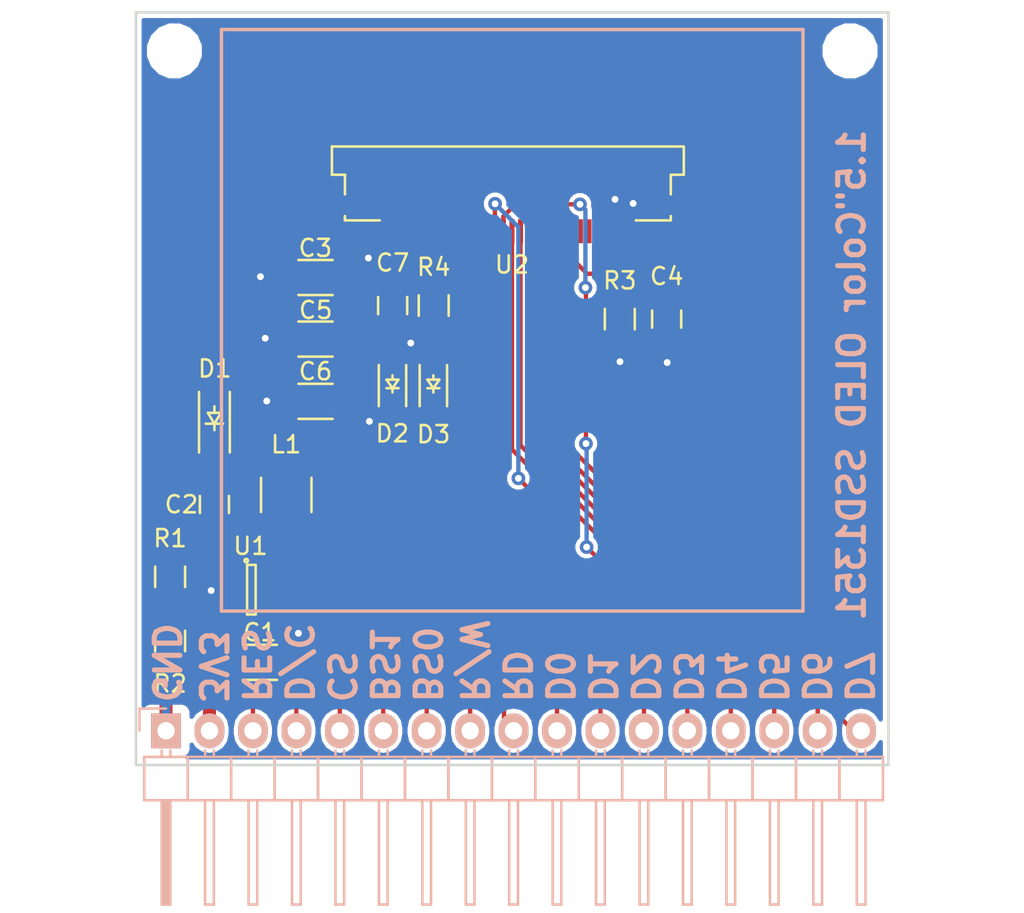
<source format=kicad_pcb>
(kicad_pcb (version 20160815) (host pcbnew "(2017-01-24 revision 0b6147e)-makepkg")

  (general
    (links 51)
    (no_connects 0)
    (area 49.924999 46.924999 94.075001 91.075001)
    (thickness 1.6)
    (drawings 27)
    (tracks 202)
    (zones 0)
    (modules 20)
    (nets 32)
  )

  (page A4)
  (layers
    (0 F.Cu signal)
    (31 B.Cu signal)
    (32 B.Adhes user)
    (33 F.Adhes user)
    (34 B.Paste user)
    (35 F.Paste user)
    (36 B.SilkS user)
    (37 F.SilkS user)
    (38 B.Mask user)
    (39 F.Mask user)
    (40 Dwgs.User user)
    (41 Cmts.User user)
    (42 Eco1.User user)
    (43 Eco2.User user)
    (44 Edge.Cuts user)
    (45 Margin user)
    (46 B.CrtYd user)
    (47 F.CrtYd user)
    (48 B.Fab user)
    (49 F.Fab user)
  )

  (setup
    (last_trace_width 0.254)
    (user_trace_width 0.254)
    (user_trace_width 0.381)
    (user_trace_width 0.508)
    (user_trace_width 0.635)
    (user_trace_width 0.762)
    (trace_clearance 0.2)
    (zone_clearance 0.254)
    (zone_45_only no)
    (trace_min 0.2)
    (segment_width 0.2)
    (edge_width 0.15)
    (via_size 0.8)
    (via_drill 0.4)
    (via_min_size 0.4)
    (via_min_drill 0.3)
    (uvia_size 0.3)
    (uvia_drill 0.1)
    (uvias_allowed no)
    (uvia_min_size 0.2)
    (uvia_min_drill 0.1)
    (pcb_text_width 0.3)
    (pcb_text_size 1.5 1.5)
    (mod_edge_width 0.15)
    (mod_text_size 1 1)
    (mod_text_width 0.15)
    (pad_size 1.524 1.524)
    (pad_drill 0.762)
    (pad_to_mask_clearance 0.2)
    (aux_axis_origin 0 0)
    (visible_elements 7FFEFF7F)
    (pcbplotparams
      (layerselection 0x010f0_ffffffff)
      (usegerberextensions true)
      (excludeedgelayer true)
      (linewidth 0.100000)
      (plotframeref false)
      (viasonmask false)
      (mode 1)
      (useauxorigin false)
      (hpglpennumber 1)
      (hpglpenspeed 20)
      (hpglpendiameter 15)
      (psnegative false)
      (psa4output false)
      (plotreference true)
      (plotvalue true)
      (plotinvisibletext false)
      (padsonsilk false)
      (subtractmaskfromsilk true)
      (outputformat 1)
      (mirror false)
      (drillshape 0)
      (scaleselection 1)
      (outputdirectory Gerbers/))
  )

  (net 0 "")
  (net 1 /+3V3)
  (net 2 GND)
  (net 3 /+13V)
  (net 4 "Net-(C2-Pad2)")
  (net 5 "Net-(C4-Pad1)")
  (net 6 "Net-(C5-Pad1)")
  (net 7 "Net-(D1-Pad2)")
  (net 8 "Net-(D2-Pad2)")
  (net 9 "Net-(D3-Pad2)")
  (net 10 /RES#)
  (net 11 /D/C#)
  (net 12 /CS#)
  (net 13 /BS1)
  (net 14 /BS0)
  (net 15 /R/W#)
  (net 16 /E/RD#)
  (net 17 /D0/SCK)
  (net 18 /D1/SDIN)
  (net 19 /D2)
  (net 20 /D3)
  (net 21 /D4)
  (net 22 /D5)
  (net 23 /D6)
  (net 24 /D7)
  (net 25 "Net-(R3-Pad1)")
  (net 26 "Net-(R4-Pad1)")
  (net 27 "Net-(U2-Pad6)")
  (net 28 "Net-(U2-Pad23)")
  (net 29 "Net-(U2-Pad24)")
  (net 30 "Net-(U2-Pad25)")
  (net 31 "Net-(U2-Pad29)")

  (net_class Default "This is the default net class."
    (clearance 0.2)
    (trace_width 0.25)
    (via_dia 0.8)
    (via_drill 0.4)
    (uvia_dia 0.3)
    (uvia_drill 0.1)
    (add_net /+13V)
    (add_net /+3V3)
    (add_net /BS0)
    (add_net /BS1)
    (add_net /CS#)
    (add_net /D/C#)
    (add_net /D0/SCK)
    (add_net /D1/SDIN)
    (add_net /D2)
    (add_net /D3)
    (add_net /D4)
    (add_net /D5)
    (add_net /D6)
    (add_net /D7)
    (add_net /E/RD#)
    (add_net /R/W#)
    (add_net /RES#)
    (add_net GND)
    (add_net "Net-(C2-Pad2)")
    (add_net "Net-(C4-Pad1)")
    (add_net "Net-(C5-Pad1)")
    (add_net "Net-(D1-Pad2)")
    (add_net "Net-(D2-Pad2)")
    (add_net "Net-(D3-Pad2)")
    (add_net "Net-(R3-Pad1)")
    (add_net "Net-(R4-Pad1)")
    (add_net "Net-(U2-Pad23)")
    (add_net "Net-(U2-Pad24)")
    (add_net "Net-(U2-Pad25)")
    (add_net "Net-(U2-Pad29)")
    (add_net "Net-(U2-Pad6)")
  )

  (module Capacitors_SMD:C_0805 (layer F.Cu) (tedit 59D27302) (tstamp 58FBEF98)
    (at 65.01 64.14 270)
    (descr "Capacitor SMD 0805, reflow soldering, AVX (see smccp.pdf)")
    (tags "capacitor 0805")
    (path /5895ED15)
    (attr smd)
    (fp_text reference C7 (at -2.5 0) (layer F.SilkS)
      (effects (font (size 1 1) (thickness 0.15)))
    )
    (fp_text value 1uF (at 0 2.1 270) (layer F.Fab)
      (effects (font (size 1 1) (thickness 0.15)))
    )
    (fp_line (start -1.8 -1) (end 1.8 -1) (layer F.CrtYd) (width 0.05))
    (fp_line (start -1.8 1) (end 1.8 1) (layer F.CrtYd) (width 0.05))
    (fp_line (start -1.8 -1) (end -1.8 1) (layer F.CrtYd) (width 0.05))
    (fp_line (start 1.8 -1) (end 1.8 1) (layer F.CrtYd) (width 0.05))
    (fp_line (start 0.5 -0.85) (end -0.5 -0.85) (layer F.SilkS) (width 0.15))
    (fp_line (start -0.5 0.85) (end 0.5 0.85) (layer F.SilkS) (width 0.15))
    (pad 1 smd rect (at -1 0 270) (size 1 1.25) (layers F.Cu F.Paste F.Mask)
      (net 1 /+3V3))
    (pad 2 smd rect (at 1 0 270) (size 1 1.25) (layers F.Cu F.Paste F.Mask)
      (net 2 GND))
    (model Capacitors_SMD.3dshapes/C_0805.wrl
      (at (xyz 0 0 0))
      (scale (xyz 1 1 1))
      (rotate (xyz 0 0 0))
    )
  )

  (module oled_breakout:CONNECTORS_FPC_SFV30R_4STBE1HLF (layer F.Cu) (tedit 59D07197) (tstamp 59D07854)
    (at 72 57 180)
    (path /5895E4CB)
    (fp_text reference U2 (at 0.015 -4.75 180) (layer F.SilkS)
      (effects (font (size 1 1) (thickness 0.15)))
    )
    (fp_text value ER_OLED015_1C (at 1.905 -9.779 180) (layer F.Fab)
      (effects (font (size 1 1) (thickness 0.15)))
    )
    (fp_line (start -7.239 -2.159) (end -7.239 -2.159) (layer F.SilkS) (width 0.15))
    (fp_line (start -9.271 -1.905) (end -9.271 -2.159) (layer F.SilkS) (width 0.15))
    (fp_line (start -9.271 -2.159) (end -7.239 -2.159) (layer F.SilkS) (width 0.15))
    (fp_line (start -7.239 -2.159) (end -7.239 -2.159) (layer F.SilkS) (width 0.15))
    (fp_line (start -9.271 -0.635) (end -9.271 0.508) (layer F.SilkS) (width 0.15))
    (fp_line (start -9.271 0.508) (end -9.271 0.508) (layer F.SilkS) (width 0.15))
    (fp_line (start -10.033 0.508) (end -10.033 1.397) (layer F.SilkS) (width 0.15))
    (fp_line (start -10.033 1.397) (end -10.033 1.397) (layer F.SilkS) (width 0.15))
    (fp_line (start -10.033 2.159) (end -10.033 1.397) (layer F.SilkS) (width 0.15))
    (fp_line (start -10.033 1.397) (end -10.033 1.397) (layer F.SilkS) (width 0.15))
    (fp_line (start 9.779 -1.905) (end 9.779 -2.032) (layer F.SilkS) (width 0.15))
    (fp_line (start 9.779 -2.032) (end 9.779 -2.032) (layer F.SilkS) (width 0.15))
    (fp_line (start 7.747 -2.159) (end 9.779 -2.159) (layer F.SilkS) (width 0.15))
    (fp_line (start 9.779 -2.159) (end 9.779 -2.159) (layer F.SilkS) (width 0.15))
    (fp_line (start 9.779 -2.159) (end 9.779 -2.032) (layer F.SilkS) (width 0.15))
    (fp_line (start 9.779 -2.032) (end 9.779 -2.032) (layer F.SilkS) (width 0.15))
    (fp_line (start 9.779 -0.635) (end 9.779 0.508) (layer F.SilkS) (width 0.15))
    (fp_line (start 9.779 0.508) (end 9.779 0.508) (layer F.SilkS) (width 0.15))
    (fp_line (start 9.779 0.508) (end 10.541 0.508) (layer F.SilkS) (width 0.15))
    (fp_line (start 10.541 0.508) (end 10.541 0.508) (layer F.SilkS) (width 0.15))
    (fp_line (start -10.033 2.159) (end 10.541 2.159) (layer F.SilkS) (width 0.15))
    (fp_line (start 10.541 2.159) (end 10.541 2.159) (layer F.SilkS) (width 0.15))
    (fp_line (start 10.541 0.508) (end 10.541 2.159) (layer F.SilkS) (width 0.15))
    (fp_line (start -9.271 0.508) (end -10.033 0.508) (layer F.SilkS) (width 0.15))
    (pad 30 smd rect (at -6.985 -2.794 180) (size 0.3 1.4) (layers F.Cu F.Paste F.Mask)
      (net 2 GND))
    (pad 29 smd rect (at -6.485 -2.794 180) (size 0.3 1.4) (layers F.Cu F.Paste F.Mask)
      (net 31 "Net-(U2-Pad29)"))
    (pad 28 smd rect (at -5.985 -2.794 180) (size 0.3 1.4) (layers F.Cu F.Paste F.Mask)
      (net 2 GND))
    (pad 27 smd rect (at -5.485 -2.794 180) (size 0.3 1.4) (layers F.Cu F.Paste F.Mask)
      (net 1 /+3V3))
    (pad 26 smd rect (at -4.985 -2.794 180) (size 0.3 1.4) (layers F.Cu F.Paste F.Mask)
      (net 5 "Net-(C4-Pad1)"))
    (pad 25 smd rect (at -4.485 -2.794 180) (size 0.3 1.4) (layers F.Cu F.Paste F.Mask)
      (net 30 "Net-(U2-Pad25)"))
    (pad 24 smd rect (at -3.985 -2.794 180) (size 0.3 1.4) (layers F.Cu F.Paste F.Mask)
      (net 29 "Net-(U2-Pad24)"))
    (pad 23 smd rect (at -3.485 -2.794 180) (size 0.3 1.4) (layers F.Cu F.Paste F.Mask)
      (net 28 "Net-(U2-Pad23)"))
    (pad 22 smd rect (at -2.985 -2.794 180) (size 0.3 1.4) (layers F.Cu F.Paste F.Mask)
      (net 25 "Net-(R3-Pad1)"))
    (pad 21 smd rect (at -2.485 -2.794 180) (size 0.3 1.4) (layers F.Cu F.Paste F.Mask)
      (net 10 /RES#))
    (pad 20 smd rect (at -1.985 -2.794 180) (size 0.3 1.4) (layers F.Cu F.Paste F.Mask)
      (net 11 /D/C#))
    (pad 19 smd rect (at -1.485 -2.794 180) (size 0.3 1.4) (layers F.Cu F.Paste F.Mask)
      (net 12 /CS#))
    (pad 18 smd rect (at -0.985 -2.794 180) (size 0.3 1.4) (layers F.Cu F.Paste F.Mask)
      (net 13 /BS1))
    (pad 17 smd rect (at -0.485 -2.794 180) (size 0.3 1.4) (layers F.Cu F.Paste F.Mask)
      (net 14 /BS0))
    (pad 16 smd rect (at 0.015 -2.794 180) (size 0.3 1.4) (layers F.Cu F.Paste F.Mask)
      (net 15 /R/W#))
    (pad 15 smd rect (at 0.515 -2.794 180) (size 0.3 1.4) (layers F.Cu F.Paste F.Mask)
      (net 16 /E/RD#))
    (pad 14 smd rect (at 1.015 -2.794 180) (size 0.3 1.4) (layers F.Cu F.Paste F.Mask)
      (net 17 /D0/SCK))
    (pad 13 smd rect (at 1.515 -2.794 180) (size 0.3 1.4) (layers F.Cu F.Paste F.Mask)
      (net 18 /D1/SDIN))
    (pad 12 smd rect (at 2.015 -2.794 180) (size 0.3 1.4) (layers F.Cu F.Paste F.Mask)
      (net 19 /D2))
    (pad 11 smd rect (at 2.515 -2.794 180) (size 0.3 1.4) (layers F.Cu F.Paste F.Mask)
      (net 20 /D3))
    (pad 10 smd rect (at 3.015 -2.794 180) (size 0.3 1.4) (layers F.Cu F.Paste F.Mask)
      (net 21 /D4))
    (pad 9 smd rect (at 3.515 -2.794 180) (size 0.3 1.4) (layers F.Cu F.Paste F.Mask)
      (net 22 /D5))
    (pad 8 smd rect (at 4.015 -2.794 180) (size 0.3 1.4) (layers F.Cu F.Paste F.Mask)
      (net 23 /D6))
    (pad 7 smd rect (at 4.515 -2.794 180) (size 0.3 1.4) (layers F.Cu F.Paste F.Mask)
      (net 24 /D7))
    (pad 6 smd rect (at 5.015 -2.794 180) (size 0.3 1.4) (layers F.Cu F.Paste F.Mask)
      (net 27 "Net-(U2-Pad6)"))
    (pad 5 smd rect (at 5.515 -2.794 180) (size 0.3 1.4) (layers F.Cu F.Paste F.Mask)
      (net 26 "Net-(R4-Pad1)"))
    (pad 4 smd rect (at 6.015 -2.794 180) (size 0.3 1.4) (layers F.Cu F.Paste F.Mask)
      (net 1 /+3V3))
    (pad 3 smd rect (at 6.515 -2.794 180) (size 0.3 1.4) (layers F.Cu F.Paste F.Mask)
      (net 6 "Net-(C5-Pad1)"))
    (pad 2 smd rect (at 7.015 -2.794 180) (size 0.3 1.4) (layers F.Cu F.Paste F.Mask)
      (net 3 /+13V))
    (pad 1 smd rect (at 7.515 -2.794 180) (size 0.3 1.4) (layers F.Cu F.Paste F.Mask)
      (net 2 GND))
    (pad "" smd rect (at -9.685 -1.294 180) (size 0.9 1.1) (layers F.Cu F.Paste F.Mask))
    (pad "" smd rect (at 10.115 -1.294 180) (size 0.9 1.1) (layers F.Cu F.Paste F.Mask))
    (model ${KIPRJMOD}/3dmodels/SFV30R.step
      (at (xyz -0.3622047244094488 -0.08267716535433071 0))
      (scale (xyz 1 1 1))
      (rotate (xyz 270 0 0))
    )
    (model ${KIPRJMOD}/3dmodels/OLED.step
      (at (xyz 0.009448818897637795 0.3149606299212598 -0.07874015748031496))
      (scale (xyz 1.22 1 1.8))
      (rotate (xyz 90 0 180))
    )
  )

  (module Capacitors_SMD:C_1206 (layer F.Cu) (tedit 58FC01FD) (tstamp 58D5DB3F)
    (at 57.25 85)
    (descr "Capacitor SMD 1206, reflow soldering, AVX (see smccp.pdf)")
    (tags "capacitor 1206")
    (path /5895D147)
    (attr smd)
    (fp_text reference C1 (at 0 -1.75) (layer F.SilkS)
      (effects (font (size 1 1) (thickness 0.15)))
    )
    (fp_text value 10uF (at 0 2.3) (layer F.Fab)
      (effects (font (size 1 1) (thickness 0.15)))
    )
    (fp_line (start -2.3 -1.15) (end 2.3 -1.15) (layer F.CrtYd) (width 0.05))
    (fp_line (start -2.3 1.15) (end 2.3 1.15) (layer F.CrtYd) (width 0.05))
    (fp_line (start -2.3 -1.15) (end -2.3 1.15) (layer F.CrtYd) (width 0.05))
    (fp_line (start 2.3 -1.15) (end 2.3 1.15) (layer F.CrtYd) (width 0.05))
    (fp_line (start 1 -1.025) (end -1 -1.025) (layer F.SilkS) (width 0.15))
    (fp_line (start -1 1.025) (end 1 1.025) (layer F.SilkS) (width 0.15))
    (pad 1 smd rect (at -1.5 0) (size 1 1.6) (layers F.Cu F.Paste F.Mask)
      (net 1 /+3V3))
    (pad 2 smd rect (at 1.5 0) (size 1 1.6) (layers F.Cu F.Paste F.Mask)
      (net 2 GND))
    (model Capacitors_SMD.3dshapes/C_1206.wrl
      (at (xyz 0 0 0))
      (scale (xyz 1 1 1))
      (rotate (xyz 0 0 0))
    )
  )

  (module Capacitors_SMD:C_1206 (layer F.Cu) (tedit 5415D7BD) (tstamp 58D5DB4B)
    (at 60.5 62.5 180)
    (descr "Capacitor SMD 1206, reflow soldering, AVX (see smccp.pdf)")
    (tags "capacitor 1206")
    (path /5895EFAA)
    (attr smd)
    (fp_text reference C3 (at 0.01 1.72 180) (layer F.SilkS)
      (effects (font (size 1 1) (thickness 0.15)))
    )
    (fp_text value 10uF (at 0 2.3 180) (layer F.Fab)
      (effects (font (size 1 1) (thickness 0.15)))
    )
    (fp_line (start -2.3 -1.15) (end 2.3 -1.15) (layer F.CrtYd) (width 0.05))
    (fp_line (start -2.3 1.15) (end 2.3 1.15) (layer F.CrtYd) (width 0.05))
    (fp_line (start -2.3 -1.15) (end -2.3 1.15) (layer F.CrtYd) (width 0.05))
    (fp_line (start 2.3 -1.15) (end 2.3 1.15) (layer F.CrtYd) (width 0.05))
    (fp_line (start 1 -1.025) (end -1 -1.025) (layer F.SilkS) (width 0.15))
    (fp_line (start -1 1.025) (end 1 1.025) (layer F.SilkS) (width 0.15))
    (pad 1 smd rect (at -1.5 0 180) (size 1 1.6) (layers F.Cu F.Paste F.Mask)
      (net 3 /+13V))
    (pad 2 smd rect (at 1.5 0 180) (size 1 1.6) (layers F.Cu F.Paste F.Mask)
      (net 2 GND))
    (model Capacitors_SMD.3dshapes/C_1206.wrl
      (at (xyz 0 0 0))
      (scale (xyz 1 1 1))
      (rotate (xyz 0 0 0))
    )
  )

  (module Capacitors_SMD:C_1206 (layer F.Cu) (tedit 59D10889) (tstamp 58D5DB57)
    (at 60.5 66.1 180)
    (descr "Capacitor SMD 1206, reflow soldering, AVX (see smccp.pdf)")
    (tags "capacitor 1206")
    (path /5895EEBE)
    (attr smd)
    (fp_text reference C5 (at -0.01 1.69) (layer F.SilkS)
      (effects (font (size 1 1) (thickness 0.15)))
    )
    (fp_text value 10uF (at 0 2.3 180) (layer F.Fab)
      (effects (font (size 1 1) (thickness 0.15)))
    )
    (fp_line (start -1 1.025) (end 1 1.025) (layer F.SilkS) (width 0.15))
    (fp_line (start 1 -1.025) (end -1 -1.025) (layer F.SilkS) (width 0.15))
    (fp_line (start 2.3 -1.15) (end 2.3 1.15) (layer F.CrtYd) (width 0.05))
    (fp_line (start -2.3 -1.15) (end -2.3 1.15) (layer F.CrtYd) (width 0.05))
    (fp_line (start -2.3 1.15) (end 2.3 1.15) (layer F.CrtYd) (width 0.05))
    (fp_line (start -2.3 -1.15) (end 2.3 -1.15) (layer F.CrtYd) (width 0.05))
    (pad 2 smd rect (at 1.5 0 180) (size 1 1.6) (layers F.Cu F.Paste F.Mask)
      (net 2 GND))
    (pad 1 smd rect (at -1.5 0 180) (size 1 1.6) (layers F.Cu F.Paste F.Mask)
      (net 6 "Net-(C5-Pad1)"))
    (model Capacitors_SMD.3dshapes/C_1206.wrl
      (at (xyz 0 0 0))
      (scale (xyz 1 1 1))
      (rotate (xyz 0 0 0))
    )
  )

  (module Capacitors_SMD:C_1206 (layer F.Cu) (tedit 58FBE314) (tstamp 58D5DB5D)
    (at 60.5 69.74 180)
    (descr "Capacitor SMD 1206, reflow soldering, AVX (see smccp.pdf)")
    (tags "capacitor 1206")
    (path /58960D78)
    (attr smd)
    (fp_text reference C6 (at 0 1.75 180) (layer F.SilkS)
      (effects (font (size 1 1) (thickness 0.15)))
    )
    (fp_text value 10uF (at 0 2.3 180) (layer F.Fab)
      (effects (font (size 1 1) (thickness 0.15)))
    )
    (fp_line (start -1 1.025) (end 1 1.025) (layer F.SilkS) (width 0.15))
    (fp_line (start 1 -1.025) (end -1 -1.025) (layer F.SilkS) (width 0.15))
    (fp_line (start 2.3 -1.15) (end 2.3 1.15) (layer F.CrtYd) (width 0.05))
    (fp_line (start -2.3 -1.15) (end -2.3 1.15) (layer F.CrtYd) (width 0.05))
    (fp_line (start -2.3 1.15) (end 2.3 1.15) (layer F.CrtYd) (width 0.05))
    (fp_line (start -2.3 -1.15) (end 2.3 -1.15) (layer F.CrtYd) (width 0.05))
    (pad 2 smd rect (at 1.5 0 180) (size 1 1.6) (layers F.Cu F.Paste F.Mask)
      (net 2 GND))
    (pad 1 smd rect (at -1.5 0 180) (size 1 1.6) (layers F.Cu F.Paste F.Mask)
      (net 1 /+3V3))
    (model Capacitors_SMD.3dshapes/C_1206.wrl
      (at (xyz 0 0 0))
      (scale (xyz 1 1 1))
      (rotate (xyz 0 0 0))
    )
  )

  (module oled_breakout:SOD-123 (layer F.Cu) (tedit 59492550) (tstamp 58D5DB75)
    (at 54.59 70.73 90)
    (descr SOD-123)
    (tags SOD-123)
    (path /5895CFB2)
    (attr smd)
    (fp_text reference D1 (at 2.9 0.02 180) (layer F.SilkS)
      (effects (font (size 1 1) (thickness 0.15)))
    )
    (fp_text value BAT54T1G (at 0 2.1 90) (layer F.Fab)
      (effects (font (size 1 1) (thickness 0.15)))
    )
    (fp_line (start 0.3175 0) (end 0.6985 0) (layer F.SilkS) (width 0.15))
    (fp_line (start -0.6985 0) (end -0.3175 0) (layer F.SilkS) (width 0.15))
    (fp_line (start -0.3175 0) (end 0.3175 -0.381) (layer F.SilkS) (width 0.15))
    (fp_line (start 0.3175 -0.381) (end 0.3175 0.381) (layer F.SilkS) (width 0.15))
    (fp_line (start 0.3175 0.381) (end -0.3175 0) (layer F.SilkS) (width 0.15))
    (fp_line (start -0.3175 -0.508) (end -0.3175 0.508) (layer F.SilkS) (width 0.15))
    (fp_line (start -2.25 -1.05) (end 2.25 -1.05) (layer F.CrtYd) (width 0.05))
    (fp_line (start 2.25 -1.05) (end 2.25 1.05) (layer F.CrtYd) (width 0.05))
    (fp_line (start 2.25 1.05) (end -2.25 1.05) (layer F.CrtYd) (width 0.05))
    (fp_line (start -2.25 -1.05) (end -2.25 1.05) (layer F.CrtYd) (width 0.05))
    (fp_line (start -2 0.9) (end 1.54 0.9) (layer F.SilkS) (width 0.15))
    (fp_line (start -2 -0.9) (end 1.54 -0.9) (layer F.SilkS) (width 0.15))
    (pad 1 smd rect (at -1.635 0 90) (size 0.91 1.22) (layers F.Cu F.Paste F.Mask)
      (net 3 /+13V))
    (pad 2 smd rect (at 1.635 0 90) (size 0.91 1.22) (layers F.Cu F.Paste F.Mask)
      (net 7 "Net-(D1-Pad2)"))
    (model "C:/Users/Stache/Documents/KiCad Projects/3DModels/3d_smd_diode/walter/smd_diode/sod123.wrl"
      (at (xyz 0 0 0))
      (scale (xyz 1 1 1))
      (rotate (xyz 0 0 180))
    )
  )

  (module oled_breakout:SOD-323 (layer F.Cu) (tedit 59D310D8) (tstamp 58D5DB7B)
    (at 65 68.72 90)
    (descr SOD-323)
    (tags SOD-323)
    (path /5895EAF5)
    (attr smd)
    (fp_text reference D2 (at -2.9 -0.01 180) (layer F.SilkS)
      (effects (font (size 1 1) (thickness 0.15)))
    )
    (fp_text value 1N4148 (at 0.1 1.9 90) (layer F.Fab)
      (effects (font (size 1 1) (thickness 0.15)))
    )
    (fp_line (start 0.25 0) (end 0.5 0) (layer F.SilkS) (width 0.15))
    (fp_line (start -0.25 0) (end -0.5 0) (layer F.SilkS) (width 0.15))
    (fp_line (start -0.25 0) (end 0.25 -0.35) (layer F.SilkS) (width 0.15))
    (fp_line (start 0.25 -0.35) (end 0.25 0.35) (layer F.SilkS) (width 0.15))
    (fp_line (start 0.25 0.35) (end -0.25 0) (layer F.SilkS) (width 0.15))
    (fp_line (start -0.25 -0.35) (end -0.25 0.35) (layer F.SilkS) (width 0.15))
    (fp_line (start -1.5 -0.95) (end 1.5 -0.95) (layer F.CrtYd) (width 0.05))
    (fp_line (start 1.5 -0.95) (end 1.5 0.95) (layer F.CrtYd) (width 0.05))
    (fp_line (start -1.5 0.95) (end 1.5 0.95) (layer F.CrtYd) (width 0.05))
    (fp_line (start -1.5 -0.95) (end -1.5 0.95) (layer F.CrtYd) (width 0.05))
    (fp_line (start -1.3 0.8) (end 1.1 0.8) (layer F.SilkS) (width 0.15))
    (fp_line (start -1.3 -0.8) (end 1.1 -0.8) (layer F.SilkS) (width 0.15))
    (pad 1 smd rect (at -1.355 0 90) (size 1.3 0.8) (layers F.Cu F.Paste F.Mask)
      (net 2 GND))
    (pad 2 smd rect (at 1.355 0 90) (size 1.3 0.8) (layers F.Cu F.Paste F.Mask)
      (net 8 "Net-(D2-Pad2)"))
    (model "C:/Users/Stache/Documents/KiCad Projects/3DModels/3d_smd_diode/walter/smd_diode/sod323.wrl"
      (at (xyz 0 0 0))
      (scale (xyz 1 1 1))
      (rotate (xyz 0 0 180))
    )
  )

  (module oled_breakout:SOD-323 (layer F.Cu) (tedit 59D310EA) (tstamp 58D5DB81)
    (at 67.39 68.72 90)
    (descr SOD-323)
    (tags SOD-323)
    (path /5895EA59)
    (attr smd)
    (fp_text reference D3 (at -2.95 0.01 180) (layer F.SilkS)
      (effects (font (size 1 1) (thickness 0.15)))
    )
    (fp_text value 1N4148 (at 0.1 1.9 90) (layer F.Fab)
      (effects (font (size 1 1) (thickness 0.15)))
    )
    (fp_line (start -1.3 -0.8) (end 1.1 -0.8) (layer F.SilkS) (width 0.15))
    (fp_line (start -1.3 0.8) (end 1.1 0.8) (layer F.SilkS) (width 0.15))
    (fp_line (start -1.5 -0.95) (end -1.5 0.95) (layer F.CrtYd) (width 0.05))
    (fp_line (start -1.5 0.95) (end 1.5 0.95) (layer F.CrtYd) (width 0.05))
    (fp_line (start 1.5 -0.95) (end 1.5 0.95) (layer F.CrtYd) (width 0.05))
    (fp_line (start -1.5 -0.95) (end 1.5 -0.95) (layer F.CrtYd) (width 0.05))
    (fp_line (start -0.25 -0.35) (end -0.25 0.35) (layer F.SilkS) (width 0.15))
    (fp_line (start 0.25 0.35) (end -0.25 0) (layer F.SilkS) (width 0.15))
    (fp_line (start 0.25 -0.35) (end 0.25 0.35) (layer F.SilkS) (width 0.15))
    (fp_line (start -0.25 0) (end 0.25 -0.35) (layer F.SilkS) (width 0.15))
    (fp_line (start -0.25 0) (end -0.5 0) (layer F.SilkS) (width 0.15))
    (fp_line (start 0.25 0) (end 0.5 0) (layer F.SilkS) (width 0.15))
    (pad 2 smd rect (at 1.355 0 90) (size 1.3 0.8) (layers F.Cu F.Paste F.Mask)
      (net 9 "Net-(D3-Pad2)"))
    (pad 1 smd rect (at -1.355 0 90) (size 1.3 0.8) (layers F.Cu F.Paste F.Mask)
      (net 8 "Net-(D2-Pad2)"))
    (model "C:/Users/Stache/Documents/KiCad Projects/3DModels/3d_smd_diode/walter/smd_diode/sod323.wrl"
      (at (xyz 0 0 0))
      (scale (xyz 1 1 1))
      (rotate (xyz 0 0 180))
    )
  )

  (module Capacitors_SMD:C_1210 (layer F.Cu) (tedit 59492560) (tstamp 58D5DB87)
    (at 58.79 75.21 270)
    (descr "Capacitor SMD 1210, reflow soldering, AVX (see smccp.pdf)")
    (tags "capacitor 1210")
    (path /5895CF6F)
    (attr smd)
    (fp_text reference L1 (at -2.95 0.01) (layer F.SilkS)
      (effects (font (size 1 1) (thickness 0.15)))
    )
    (fp_text value 10uH (at 0 2.7 270) (layer F.Fab)
      (effects (font (size 1 1) (thickness 0.15)))
    )
    (fp_line (start -2.3 -1.6) (end 2.3 -1.6) (layer F.CrtYd) (width 0.05))
    (fp_line (start -2.3 1.6) (end 2.3 1.6) (layer F.CrtYd) (width 0.05))
    (fp_line (start -2.3 -1.6) (end -2.3 1.6) (layer F.CrtYd) (width 0.05))
    (fp_line (start 2.3 -1.6) (end 2.3 1.6) (layer F.CrtYd) (width 0.05))
    (fp_line (start 1 -1.475) (end -1 -1.475) (layer F.SilkS) (width 0.15))
    (fp_line (start -1 1.475) (end 1 1.475) (layer F.SilkS) (width 0.15))
    (pad 1 smd rect (at -1.5 0 270) (size 1 2.5) (layers F.Cu F.Paste F.Mask)
      (net 1 /+3V3))
    (pad 2 smd rect (at 1.5 0 270) (size 1 2.5) (layers F.Cu F.Paste F.Mask)
      (net 7 "Net-(D1-Pad2)"))
    (model Capacitors_SMD.3dshapes/C_1210.wrl
      (at (xyz 0 0 0))
      (scale (xyz 1 1 1))
      (rotate (xyz 0 0 0))
    )
  )

  (module Pin_Headers:Pin_Header_Angled_1x17 (layer B.Cu) (tedit 58FC124D) (tstamp 58D5DB9C)
    (at 51.76 89 270)
    (descr "Through hole pin header")
    (tags "pin header")
    (path /589635DE)
    (fp_text reference P1 (at 0 5.1 270) (layer B.SilkS) hide
      (effects (font (size 1 1) (thickness 0.15)) (justify mirror))
    )
    (fp_text value BREAKOUT (at 0 3.1 270) (layer B.Fab)
      (effects (font (size 1 1) (thickness 0.15)) (justify mirror))
    )
    (fp_line (start -1.5 1.75) (end -1.5 -42.4) (layer B.CrtYd) (width 0.05))
    (fp_line (start 10.65 1.75) (end 10.65 -42.4) (layer B.CrtYd) (width 0.05))
    (fp_line (start -1.5 1.75) (end 10.65 1.75) (layer B.CrtYd) (width 0.05))
    (fp_line (start -1.5 -42.4) (end 10.65 -42.4) (layer B.CrtYd) (width 0.05))
    (fp_line (start -1.3 1.55) (end -1.3 0) (layer B.SilkS) (width 0.15))
    (fp_line (start 0 1.55) (end -1.3 1.55) (layer B.SilkS) (width 0.15))
    (fp_line (start 4.191 0.127) (end 10.033 0.127) (layer B.SilkS) (width 0.15))
    (fp_line (start 10.033 0.127) (end 10.033 -0.127) (layer B.SilkS) (width 0.15))
    (fp_line (start 10.033 -0.127) (end 4.191 -0.127) (layer B.SilkS) (width 0.15))
    (fp_line (start 4.191 -0.127) (end 4.191 0) (layer B.SilkS) (width 0.15))
    (fp_line (start 4.191 0) (end 10.033 0) (layer B.SilkS) (width 0.15))
    (fp_line (start 1.524 -20.066) (end 1.143 -20.066) (layer B.SilkS) (width 0.15))
    (fp_line (start 1.524 -20.574) (end 1.143 -20.574) (layer B.SilkS) (width 0.15))
    (fp_line (start 1.524 -22.606) (end 1.143 -22.606) (layer B.SilkS) (width 0.15))
    (fp_line (start 1.524 -23.114) (end 1.143 -23.114) (layer B.SilkS) (width 0.15))
    (fp_line (start 1.524 -25.146) (end 1.143 -25.146) (layer B.SilkS) (width 0.15))
    (fp_line (start 1.524 -25.654) (end 1.143 -25.654) (layer B.SilkS) (width 0.15))
    (fp_line (start 1.524 -27.686) (end 1.143 -27.686) (layer B.SilkS) (width 0.15))
    (fp_line (start 1.524 -28.194) (end 1.143 -28.194) (layer B.SilkS) (width 0.15))
    (fp_line (start 1.524 -38.354) (end 1.143 -38.354) (layer B.SilkS) (width 0.15))
    (fp_line (start 1.524 -37.846) (end 1.143 -37.846) (layer B.SilkS) (width 0.15))
    (fp_line (start 1.524 -35.814) (end 1.143 -35.814) (layer B.SilkS) (width 0.15))
    (fp_line (start 1.524 -35.306) (end 1.143 -35.306) (layer B.SilkS) (width 0.15))
    (fp_line (start 1.524 -33.274) (end 1.143 -33.274) (layer B.SilkS) (width 0.15))
    (fp_line (start 1.524 -32.766) (end 1.143 -32.766) (layer B.SilkS) (width 0.15))
    (fp_line (start 1.524 -30.734) (end 1.143 -30.734) (layer B.SilkS) (width 0.15))
    (fp_line (start 1.524 -30.226) (end 1.143 -30.226) (layer B.SilkS) (width 0.15))
    (fp_line (start 1.524 -40.894) (end 1.143 -40.894) (layer B.SilkS) (width 0.15))
    (fp_line (start 1.524 -40.386) (end 1.143 -40.386) (layer B.SilkS) (width 0.15))
    (fp_line (start 1.524 0.254) (end 1.143 0.254) (layer B.SilkS) (width 0.15))
    (fp_line (start 1.524 -0.254) (end 1.143 -0.254) (layer B.SilkS) (width 0.15))
    (fp_line (start 1.524 -2.286) (end 1.143 -2.286) (layer B.SilkS) (width 0.15))
    (fp_line (start 1.524 -2.794) (end 1.143 -2.794) (layer B.SilkS) (width 0.15))
    (fp_line (start 1.524 -4.826) (end 1.143 -4.826) (layer B.SilkS) (width 0.15))
    (fp_line (start 1.524 -5.334) (end 1.143 -5.334) (layer B.SilkS) (width 0.15))
    (fp_line (start 1.524 -7.366) (end 1.143 -7.366) (layer B.SilkS) (width 0.15))
    (fp_line (start 1.524 -7.874) (end 1.143 -7.874) (layer B.SilkS) (width 0.15))
    (fp_line (start 1.524 -18.034) (end 1.143 -18.034) (layer B.SilkS) (width 0.15))
    (fp_line (start 1.524 -17.526) (end 1.143 -17.526) (layer B.SilkS) (width 0.15))
    (fp_line (start 1.524 -15.494) (end 1.143 -15.494) (layer B.SilkS) (width 0.15))
    (fp_line (start 1.524 -14.986) (end 1.143 -14.986) (layer B.SilkS) (width 0.15))
    (fp_line (start 1.524 -12.954) (end 1.143 -12.954) (layer B.SilkS) (width 0.15))
    (fp_line (start 1.524 -12.446) (end 1.143 -12.446) (layer B.SilkS) (width 0.15))
    (fp_line (start 1.524 -10.414) (end 1.143 -10.414) (layer B.SilkS) (width 0.15))
    (fp_line (start 1.524 -9.906) (end 1.143 -9.906) (layer B.SilkS) (width 0.15))
    (fp_line (start 1.524 -16.51) (end 4.064 -16.51) (layer B.SilkS) (width 0.15))
    (fp_line (start 1.524 -16.51) (end 1.524 -19.05) (layer B.SilkS) (width 0.15))
    (fp_line (start 1.524 -19.05) (end 4.064 -19.05) (layer B.SilkS) (width 0.15))
    (fp_line (start 4.064 -17.526) (end 10.16 -17.526) (layer B.SilkS) (width 0.15))
    (fp_line (start 10.16 -17.526) (end 10.16 -18.034) (layer B.SilkS) (width 0.15))
    (fp_line (start 10.16 -18.034) (end 4.064 -18.034) (layer B.SilkS) (width 0.15))
    (fp_line (start 4.064 -19.05) (end 4.064 -16.51) (layer B.SilkS) (width 0.15))
    (fp_line (start 4.064 -21.59) (end 4.064 -19.05) (layer B.SilkS) (width 0.15))
    (fp_line (start 10.16 -20.574) (end 4.064 -20.574) (layer B.SilkS) (width 0.15))
    (fp_line (start 10.16 -20.066) (end 10.16 -20.574) (layer B.SilkS) (width 0.15))
    (fp_line (start 4.064 -20.066) (end 10.16 -20.066) (layer B.SilkS) (width 0.15))
    (fp_line (start 1.524 -21.59) (end 4.064 -21.59) (layer B.SilkS) (width 0.15))
    (fp_line (start 1.524 -19.05) (end 1.524 -21.59) (layer B.SilkS) (width 0.15))
    (fp_line (start 1.524 -19.05) (end 4.064 -19.05) (layer B.SilkS) (width 0.15))
    (fp_line (start 1.524 -24.13) (end 4.064 -24.13) (layer B.SilkS) (width 0.15))
    (fp_line (start 1.524 -24.13) (end 1.524 -26.67) (layer B.SilkS) (width 0.15))
    (fp_line (start 1.524 -26.67) (end 4.064 -26.67) (layer B.SilkS) (width 0.15))
    (fp_line (start 4.064 -25.146) (end 10.16 -25.146) (layer B.SilkS) (width 0.15))
    (fp_line (start 10.16 -25.146) (end 10.16 -25.654) (layer B.SilkS) (width 0.15))
    (fp_line (start 10.16 -25.654) (end 4.064 -25.654) (layer B.SilkS) (width 0.15))
    (fp_line (start 4.064 -26.67) (end 4.064 -24.13) (layer B.SilkS) (width 0.15))
    (fp_line (start 4.064 -24.13) (end 4.064 -21.59) (layer B.SilkS) (width 0.15))
    (fp_line (start 10.16 -23.114) (end 4.064 -23.114) (layer B.SilkS) (width 0.15))
    (fp_line (start 10.16 -22.606) (end 10.16 -23.114) (layer B.SilkS) (width 0.15))
    (fp_line (start 4.064 -22.606) (end 10.16 -22.606) (layer B.SilkS) (width 0.15))
    (fp_line (start 1.524 -24.13) (end 4.064 -24.13) (layer B.SilkS) (width 0.15))
    (fp_line (start 1.524 -21.59) (end 1.524 -24.13) (layer B.SilkS) (width 0.15))
    (fp_line (start 1.524 -21.59) (end 4.064 -21.59) (layer B.SilkS) (width 0.15))
    (fp_line (start 1.524 -31.75) (end 4.064 -31.75) (layer B.SilkS) (width 0.15))
    (fp_line (start 1.524 -31.75) (end 1.524 -34.29) (layer B.SilkS) (width 0.15))
    (fp_line (start 1.524 -34.29) (end 4.064 -34.29) (layer B.SilkS) (width 0.15))
    (fp_line (start 4.064 -32.766) (end 10.16 -32.766) (layer B.SilkS) (width 0.15))
    (fp_line (start 10.16 -32.766) (end 10.16 -33.274) (layer B.SilkS) (width 0.15))
    (fp_line (start 10.16 -33.274) (end 4.064 -33.274) (layer B.SilkS) (width 0.15))
    (fp_line (start 4.064 -34.29) (end 4.064 -31.75) (layer B.SilkS) (width 0.15))
    (fp_line (start 4.064 -36.83) (end 4.064 -34.29) (layer B.SilkS) (width 0.15))
    (fp_line (start 10.16 -35.814) (end 4.064 -35.814) (layer B.SilkS) (width 0.15))
    (fp_line (start 10.16 -35.306) (end 10.16 -35.814) (layer B.SilkS) (width 0.15))
    (fp_line (start 4.064 -35.306) (end 10.16 -35.306) (layer B.SilkS) (width 0.15))
    (fp_line (start 1.524 -36.83) (end 4.064 -36.83) (layer B.SilkS) (width 0.15))
    (fp_line (start 1.524 -34.29) (end 1.524 -36.83) (layer B.SilkS) (width 0.15))
    (fp_line (start 1.524 -34.29) (end 4.064 -34.29) (layer B.SilkS) (width 0.15))
    (fp_line (start 1.524 -29.21) (end 4.064 -29.21) (layer B.SilkS) (width 0.15))
    (fp_line (start 1.524 -29.21) (end 1.524 -31.75) (layer B.SilkS) (width 0.15))
    (fp_line (start 1.524 -31.75) (end 4.064 -31.75) (layer B.SilkS) (width 0.15))
    (fp_line (start 4.064 -30.226) (end 10.16 -30.226) (layer B.SilkS) (width 0.15))
    (fp_line (start 10.16 -30.226) (end 10.16 -30.734) (layer B.SilkS) (width 0.15))
    (fp_line (start 10.16 -30.734) (end 4.064 -30.734) (layer B.SilkS) (width 0.15))
    (fp_line (start 4.064 -31.75) (end 4.064 -29.21) (layer B.SilkS) (width 0.15))
    (fp_line (start 4.064 -29.21) (end 4.064 -26.67) (layer B.SilkS) (width 0.15))
    (fp_line (start 10.16 -28.194) (end 4.064 -28.194) (layer B.SilkS) (width 0.15))
    (fp_line (start 10.16 -27.686) (end 10.16 -28.194) (layer B.SilkS) (width 0.15))
    (fp_line (start 4.064 -27.686) (end 10.16 -27.686) (layer B.SilkS) (width 0.15))
    (fp_line (start 1.524 -29.21) (end 4.064 -29.21) (layer B.SilkS) (width 0.15))
    (fp_line (start 1.524 -26.67) (end 1.524 -29.21) (layer B.SilkS) (width 0.15))
    (fp_line (start 1.524 -26.67) (end 4.064 -26.67) (layer B.SilkS) (width 0.15))
    (fp_line (start 1.524 -39.37) (end 4.064 -39.37) (layer B.SilkS) (width 0.15))
    (fp_line (start 1.524 -39.37) (end 1.524 -41.91) (layer B.SilkS) (width 0.15))
    (fp_line (start 1.524 -41.91) (end 4.064 -41.91) (layer B.SilkS) (width 0.15))
    (fp_line (start 4.064 -40.386) (end 10.16 -40.386) (layer B.SilkS) (width 0.15))
    (fp_line (start 10.16 -40.386) (end 10.16 -40.894) (layer B.SilkS) (width 0.15))
    (fp_line (start 10.16 -40.894) (end 4.064 -40.894) (layer B.SilkS) (width 0.15))
    (fp_line (start 4.064 -41.91) (end 4.064 -39.37) (layer B.SilkS) (width 0.15))
    (fp_line (start 4.064 -39.37) (end 4.064 -36.83) (layer B.SilkS) (width 0.15))
    (fp_line (start 10.16 -38.354) (end 4.064 -38.354) (layer B.SilkS) (width 0.15))
    (fp_line (start 10.16 -37.846) (end 10.16 -38.354) (layer B.SilkS) (width 0.15))
    (fp_line (start 4.064 -37.846) (end 10.16 -37.846) (layer B.SilkS) (width 0.15))
    (fp_line (start 1.524 -39.37) (end 4.064 -39.37) (layer B.SilkS) (width 0.15))
    (fp_line (start 1.524 -36.83) (end 1.524 -39.37) (layer B.SilkS) (width 0.15))
    (fp_line (start 1.524 -36.83) (end 4.064 -36.83) (layer B.SilkS) (width 0.15))
    (fp_line (start 4.064 -1.27) (end 4.064 1.27) (layer B.SilkS) (width 0.15))
    (fp_line (start 10.16 -0.254) (end 4.064 -0.254) (layer B.SilkS) (width 0.15))
    (fp_line (start 10.16 0.254) (end 10.16 -0.254) (layer B.SilkS) (width 0.15))
    (fp_line (start 4.064 0.254) (end 10.16 0.254) (layer B.SilkS) (width 0.15))
    (fp_line (start 1.524 -1.27) (end 4.064 -1.27) (layer B.SilkS) (width 0.15))
    (fp_line (start 1.524 1.27) (end 1.524 -1.27) (layer B.SilkS) (width 0.15))
    (fp_line (start 1.524 1.27) (end 4.064 1.27) (layer B.SilkS) (width 0.15))
    (fp_line (start 1.524 -3.81) (end 4.064 -3.81) (layer B.SilkS) (width 0.15))
    (fp_line (start 1.524 -3.81) (end 1.524 -6.35) (layer B.SilkS) (width 0.15))
    (fp_line (start 1.524 -6.35) (end 4.064 -6.35) (layer B.SilkS) (width 0.15))
    (fp_line (start 4.064 -4.826) (end 10.16 -4.826) (layer B.SilkS) (width 0.15))
    (fp_line (start 10.16 -4.826) (end 10.16 -5.334) (layer B.SilkS) (width 0.15))
    (fp_line (start 10.16 -5.334) (end 4.064 -5.334) (layer B.SilkS) (width 0.15))
    (fp_line (start 4.064 -6.35) (end 4.064 -3.81) (layer B.SilkS) (width 0.15))
    (fp_line (start 4.064 -3.81) (end 4.064 -1.27) (layer B.SilkS) (width 0.15))
    (fp_line (start 10.16 -2.794) (end 4.064 -2.794) (layer B.SilkS) (width 0.15))
    (fp_line (start 10.16 -2.286) (end 10.16 -2.794) (layer B.SilkS) (width 0.15))
    (fp_line (start 4.064 -2.286) (end 10.16 -2.286) (layer B.SilkS) (width 0.15))
    (fp_line (start 1.524 -3.81) (end 4.064 -3.81) (layer B.SilkS) (width 0.15))
    (fp_line (start 1.524 -1.27) (end 1.524 -3.81) (layer B.SilkS) (width 0.15))
    (fp_line (start 1.524 -1.27) (end 4.064 -1.27) (layer B.SilkS) (width 0.15))
    (fp_line (start 1.524 -11.43) (end 4.064 -11.43) (layer B.SilkS) (width 0.15))
    (fp_line (start 1.524 -11.43) (end 1.524 -13.97) (layer B.SilkS) (width 0.15))
    (fp_line (start 1.524 -13.97) (end 4.064 -13.97) (layer B.SilkS) (width 0.15))
    (fp_line (start 4.064 -12.446) (end 10.16 -12.446) (layer B.SilkS) (width 0.15))
    (fp_line (start 10.16 -12.446) (end 10.16 -12.954) (layer B.SilkS) (width 0.15))
    (fp_line (start 10.16 -12.954) (end 4.064 -12.954) (layer B.SilkS) (width 0.15))
    (fp_line (start 4.064 -13.97) (end 4.064 -11.43) (layer B.SilkS) (width 0.15))
    (fp_line (start 4.064 -16.51) (end 4.064 -13.97) (layer B.SilkS) (width 0.15))
    (fp_line (start 10.16 -15.494) (end 4.064 -15.494) (layer B.SilkS) (width 0.15))
    (fp_line (start 10.16 -14.986) (end 10.16 -15.494) (layer B.SilkS) (width 0.15))
    (fp_line (start 4.064 -14.986) (end 10.16 -14.986) (layer B.SilkS) (width 0.15))
    (fp_line (start 1.524 -16.51) (end 4.064 -16.51) (layer B.SilkS) (width 0.15))
    (fp_line (start 1.524 -13.97) (end 1.524 -16.51) (layer B.SilkS) (width 0.15))
    (fp_line (start 1.524 -13.97) (end 4.064 -13.97) (layer B.SilkS) (width 0.15))
    (fp_line (start 1.524 -8.89) (end 4.064 -8.89) (layer B.SilkS) (width 0.15))
    (fp_line (start 1.524 -8.89) (end 1.524 -11.43) (layer B.SilkS) (width 0.15))
    (fp_line (start 1.524 -11.43) (end 4.064 -11.43) (layer B.SilkS) (width 0.15))
    (fp_line (start 4.064 -9.906) (end 10.16 -9.906) (layer B.SilkS) (width 0.15))
    (fp_line (start 10.16 -9.906) (end 10.16 -10.414) (layer B.SilkS) (width 0.15))
    (fp_line (start 10.16 -10.414) (end 4.064 -10.414) (layer B.SilkS) (width 0.15))
    (fp_line (start 4.064 -11.43) (end 4.064 -8.89) (layer B.SilkS) (width 0.15))
    (fp_line (start 4.064 -8.89) (end 4.064 -6.35) (layer B.SilkS) (width 0.15))
    (fp_line (start 10.16 -7.874) (end 4.064 -7.874) (layer B.SilkS) (width 0.15))
    (fp_line (start 10.16 -7.366) (end 10.16 -7.874) (layer B.SilkS) (width 0.15))
    (fp_line (start 4.064 -7.366) (end 10.16 -7.366) (layer B.SilkS) (width 0.15))
    (fp_line (start 1.524 -8.89) (end 4.064 -8.89) (layer B.SilkS) (width 0.15))
    (fp_line (start 1.524 -6.35) (end 1.524 -8.89) (layer B.SilkS) (width 0.15))
    (fp_line (start 1.524 -6.35) (end 4.064 -6.35) (layer B.SilkS) (width 0.15))
    (pad 1 thru_hole rect (at 0 0 270) (size 2.032 1.7272) (drill 1.016) (layers *.Cu *.Mask B.SilkS)
      (net 2 GND))
    (pad 2 thru_hole oval (at 0 -2.54 270) (size 2.032 1.7272) (drill 1.016) (layers *.Cu *.Mask B.SilkS)
      (net 1 /+3V3))
    (pad 3 thru_hole oval (at 0 -5.08 270) (size 2.032 1.7272) (drill 1.016) (layers *.Cu *.Mask B.SilkS)
      (net 24 /D7))
    (pad 4 thru_hole oval (at 0 -7.62 270) (size 2.032 1.7272) (drill 1.016) (layers *.Cu *.Mask B.SilkS)
      (net 23 /D6))
    (pad 5 thru_hole oval (at 0 -10.16 270) (size 2.032 1.7272) (drill 1.016) (layers *.Cu *.Mask B.SilkS)
      (net 22 /D5))
    (pad 6 thru_hole oval (at 0 -12.7 270) (size 2.032 1.7272) (drill 1.016) (layers *.Cu *.Mask B.SilkS)
      (net 21 /D4))
    (pad 7 thru_hole oval (at 0 -15.24 270) (size 2.032 1.7272) (drill 1.016) (layers *.Cu *.Mask B.SilkS)
      (net 20 /D3))
    (pad 8 thru_hole oval (at 0 -17.78 270) (size 2.032 1.7272) (drill 1.016) (layers *.Cu *.Mask B.SilkS)
      (net 19 /D2))
    (pad 9 thru_hole oval (at 0 -20.32 270) (size 2.032 1.7272) (drill 1.016) (layers *.Cu *.Mask B.SilkS)
      (net 18 /D1/SDIN))
    (pad 10 thru_hole oval (at 0 -22.86 270) (size 2.032 1.7272) (drill 1.016) (layers *.Cu *.Mask B.SilkS)
      (net 17 /D0/SCK))
    (pad 11 thru_hole oval (at 0 -25.4 270) (size 2.032 1.7272) (drill 1.016) (layers *.Cu *.Mask B.SilkS)
      (net 16 /E/RD#))
    (pad 12 thru_hole oval (at 0 -27.94 270) (size 2.032 1.7272) (drill 1.016) (layers *.Cu *.Mask B.SilkS)
      (net 15 /R/W#))
    (pad 13 thru_hole oval (at 0 -30.48 270) (size 2.032 1.7272) (drill 1.016) (layers *.Cu *.Mask B.SilkS)
      (net 14 /BS0))
    (pad 14 thru_hole oval (at 0 -33.02 270) (size 2.032 1.7272) (drill 1.016) (layers *.Cu *.Mask B.SilkS)
      (net 13 /BS1))
    (pad 15 thru_hole oval (at 0 -35.56 270) (size 2.032 1.7272) (drill 1.016) (layers *.Cu *.Mask B.SilkS)
      (net 12 /CS#))
    (pad 16 thru_hole oval (at 0 -38.1 270) (size 2.032 1.7272) (drill 1.016) (layers *.Cu *.Mask B.SilkS)
      (net 11 /D/C#))
    (pad 17 thru_hole oval (at 0 -40.64 270) (size 2.032 1.7272) (drill 1.016) (layers *.Cu *.Mask B.SilkS)
      (net 10 /RES#))
    (model Pin_Headers.3dshapes/Pin_Header_Angled_1x17.wrl
      (at (xyz 0 -0.8 0))
      (scale (xyz 1 1 1))
      (rotate (xyz 0 0 90))
    )
  )

  (module TO_SOT_Packages_SMD:SOT-23-5 (layer F.Cu) (tedit 55360473) (tstamp 58D5DBBD)
    (at 56.75 80.75)
    (descr "5-pin SOT23 package")
    (tags SOT-23-5)
    (path /5895CEE9)
    (attr smd)
    (fp_text reference U1 (at -0.05 -2.55) (layer F.SilkS)
      (effects (font (size 1 1) (thickness 0.15)))
    )
    (fp_text value FAN5331SX (at -0.05 2.35) (layer F.Fab)
      (effects (font (size 1 1) (thickness 0.15)))
    )
    (fp_line (start -1.8 -1.6) (end 1.8 -1.6) (layer F.CrtYd) (width 0.05))
    (fp_line (start 1.8 -1.6) (end 1.8 1.6) (layer F.CrtYd) (width 0.05))
    (fp_line (start 1.8 1.6) (end -1.8 1.6) (layer F.CrtYd) (width 0.05))
    (fp_line (start -1.8 1.6) (end -1.8 -1.6) (layer F.CrtYd) (width 0.05))
    (fp_circle (center -0.3 -1.7) (end -0.2 -1.7) (layer F.SilkS) (width 0.15))
    (fp_line (start 0.25 -1.45) (end -0.25 -1.45) (layer F.SilkS) (width 0.15))
    (fp_line (start 0.25 1.45) (end 0.25 -1.45) (layer F.SilkS) (width 0.15))
    (fp_line (start -0.25 1.45) (end 0.25 1.45) (layer F.SilkS) (width 0.15))
    (fp_line (start -0.25 -1.45) (end -0.25 1.45) (layer F.SilkS) (width 0.15))
    (pad 1 smd rect (at -1.1 -0.95) (size 1.06 0.65) (layers F.Cu F.Paste F.Mask)
      (net 7 "Net-(D1-Pad2)"))
    (pad 2 smd rect (at -1.1 0) (size 1.06 0.65) (layers F.Cu F.Paste F.Mask)
      (net 2 GND))
    (pad 3 smd rect (at -1.1 0.95) (size 1.06 0.65) (layers F.Cu F.Paste F.Mask)
      (net 4 "Net-(C2-Pad2)"))
    (pad 4 smd rect (at 1.1 0.95) (size 1.06 0.65) (layers F.Cu F.Paste F.Mask)
      (net 1 /+3V3))
    (pad 5 smd rect (at 1.1 -0.95) (size 1.06 0.65) (layers F.Cu F.Paste F.Mask)
      (net 1 /+3V3))
    (model TO_SOT_Packages_SMD.3dshapes/SOT-23-5.wrl
      (at (xyz 0 0 0))
      (scale (xyz 1 1 1))
      (rotate (xyz 0 0 0))
    )
  )

  (module Resistors_SMD:R_0805 (layer F.Cu) (tedit 59D24EC8) (tstamp 58FBEF70)
    (at 67.41 64.14 270)
    (descr "Resistor SMD 0805, reflow soldering, Vishay (see dcrcw.pdf)")
    (tags "resistor 0805")
    (path /5895E8BD)
    (attr smd)
    (fp_text reference R4 (at -2.25 0) (layer F.SilkS)
      (effects (font (size 1 1) (thickness 0.15)))
    )
    (fp_text value 50 (at 0 2.1 270) (layer F.Fab)
      (effects (font (size 1 1) (thickness 0.15)))
    )
    (fp_line (start -1.6 -1) (end 1.6 -1) (layer F.CrtYd) (width 0.05))
    (fp_line (start -1.6 1) (end 1.6 1) (layer F.CrtYd) (width 0.05))
    (fp_line (start -1.6 -1) (end -1.6 1) (layer F.CrtYd) (width 0.05))
    (fp_line (start 1.6 -1) (end 1.6 1) (layer F.CrtYd) (width 0.05))
    (fp_line (start 0.6 0.875) (end -0.6 0.875) (layer F.SilkS) (width 0.15))
    (fp_line (start -0.6 -0.875) (end 0.6 -0.875) (layer F.SilkS) (width 0.15))
    (pad 1 smd rect (at -0.95 0 270) (size 0.7 1.3) (layers F.Cu F.Paste F.Mask)
      (net 26 "Net-(R4-Pad1)"))
    (pad 2 smd rect (at 0.95 0 270) (size 0.7 1.3) (layers F.Cu F.Paste F.Mask)
      (net 9 "Net-(D3-Pad2)"))
    (model Resistors_SMD.3dshapes/R_0805.wrl
      (at (xyz 0 0 0))
      (scale (xyz 1 1 1))
      (rotate (xyz 0 0 0))
    )
  )

  (module Resistors_SMD:R_0805 (layer F.Cu) (tedit 58FC01F1) (tstamp 58FBEFF2)
    (at 52 80 270)
    (descr "Resistor SMD 0805, reflow soldering, Vishay (see dcrcw.pdf)")
    (tags "resistor 0805")
    (path /5895D006)
    (attr smd)
    (fp_text reference R1 (at -2.25 0) (layer F.SilkS)
      (effects (font (size 1 1) (thickness 0.15)))
    )
    (fp_text value 100K (at 0 2.1 270) (layer F.Fab)
      (effects (font (size 1 1) (thickness 0.15)))
    )
    (fp_line (start -1.6 -1) (end 1.6 -1) (layer F.CrtYd) (width 0.05))
    (fp_line (start -1.6 1) (end 1.6 1) (layer F.CrtYd) (width 0.05))
    (fp_line (start -1.6 -1) (end -1.6 1) (layer F.CrtYd) (width 0.05))
    (fp_line (start 1.6 -1) (end 1.6 1) (layer F.CrtYd) (width 0.05))
    (fp_line (start 0.6 0.875) (end -0.6 0.875) (layer F.SilkS) (width 0.15))
    (fp_line (start -0.6 -0.875) (end 0.6 -0.875) (layer F.SilkS) (width 0.15))
    (pad 1 smd rect (at -0.95 0 270) (size 0.7 1.3) (layers F.Cu F.Paste F.Mask)
      (net 3 /+13V))
    (pad 2 smd rect (at 0.95 0 270) (size 0.7 1.3) (layers F.Cu F.Paste F.Mask)
      (net 4 "Net-(C2-Pad2)"))
    (model Resistors_SMD.3dshapes/R_0805.wrl
      (at (xyz 0 0 0))
      (scale (xyz 1 1 1))
      (rotate (xyz 0 0 0))
    )
  )

  (module Resistors_SMD:R_0805 (layer F.Cu) (tedit 58FC01F6) (tstamp 58FBEFF8)
    (at 52 83.75 270)
    (descr "Resistor SMD 0805, reflow soldering, Vishay (see dcrcw.pdf)")
    (tags "resistor 0805")
    (path /5895D0AA)
    (attr smd)
    (fp_text reference R2 (at 2.5 0) (layer F.SilkS)
      (effects (font (size 1 1) (thickness 0.15)))
    )
    (fp_text value 10K (at 0 2.1 270) (layer F.Fab)
      (effects (font (size 1 1) (thickness 0.15)))
    )
    (fp_line (start -0.6 -0.875) (end 0.6 -0.875) (layer F.SilkS) (width 0.15))
    (fp_line (start 0.6 0.875) (end -0.6 0.875) (layer F.SilkS) (width 0.15))
    (fp_line (start 1.6 -1) (end 1.6 1) (layer F.CrtYd) (width 0.05))
    (fp_line (start -1.6 -1) (end -1.6 1) (layer F.CrtYd) (width 0.05))
    (fp_line (start -1.6 1) (end 1.6 1) (layer F.CrtYd) (width 0.05))
    (fp_line (start -1.6 -1) (end 1.6 -1) (layer F.CrtYd) (width 0.05))
    (pad 2 smd rect (at 0.95 0 270) (size 0.7 1.3) (layers F.Cu F.Paste F.Mask)
      (net 2 GND))
    (pad 1 smd rect (at -0.95 0 270) (size 0.7 1.3) (layers F.Cu F.Paste F.Mask)
      (net 4 "Net-(C2-Pad2)"))
    (model Resistors_SMD.3dshapes/R_0805.wrl
      (at (xyz 0 0 0))
      (scale (xyz 1 1 1))
      (rotate (xyz 0 0 0))
    )
  )

  (module Capacitors_SMD:C_0805 (layer F.Cu) (tedit 5949257F) (tstamp 58FBF03C)
    (at 54.59 75.77 270)
    (descr "Capacitor SMD 0805, reflow soldering, AVX (see smccp.pdf)")
    (tags "capacitor 0805")
    (path /5895D11D)
    (attr smd)
    (fp_text reference C2 (at 0 1.93) (layer F.SilkS)
      (effects (font (size 1 1) (thickness 0.15)))
    )
    (fp_text value .1uF (at 0 2.1 270) (layer F.Fab)
      (effects (font (size 1 1) (thickness 0.15)))
    )
    (fp_line (start -1.8 -1) (end 1.8 -1) (layer F.CrtYd) (width 0.05))
    (fp_line (start -1.8 1) (end 1.8 1) (layer F.CrtYd) (width 0.05))
    (fp_line (start -1.8 -1) (end -1.8 1) (layer F.CrtYd) (width 0.05))
    (fp_line (start 1.8 -1) (end 1.8 1) (layer F.CrtYd) (width 0.05))
    (fp_line (start 0.5 -0.85) (end -0.5 -0.85) (layer F.SilkS) (width 0.15))
    (fp_line (start -0.5 0.85) (end 0.5 0.85) (layer F.SilkS) (width 0.15))
    (pad 1 smd rect (at -1 0 270) (size 1 1.25) (layers F.Cu F.Paste F.Mask)
      (net 3 /+13V))
    (pad 2 smd rect (at 1 0 270) (size 1 1.25) (layers F.Cu F.Paste F.Mask)
      (net 4 "Net-(C2-Pad2)"))
    (model Capacitors_SMD.3dshapes/C_0805.wrl
      (at (xyz 0 0 0))
      (scale (xyz 1 1 1))
      (rotate (xyz 0 0 0))
    )
  )

  (module Capacitors_SMD:C_0805 (layer F.Cu) (tedit 58FBF132) (tstamp 58FBF04E)
    (at 81.03 64.93 270)
    (descr "Capacitor SMD 0805, reflow soldering, AVX (see smccp.pdf)")
    (tags "capacitor 0805")
    (path /58960EE8)
    (attr smd)
    (fp_text reference C4 (at -2.5 0) (layer F.SilkS)
      (effects (font (size 1 1) (thickness 0.15)))
    )
    (fp_text value 1uF (at 0 2.1 270) (layer F.Fab)
      (effects (font (size 1 1) (thickness 0.15)))
    )
    (fp_line (start -1.8 -1) (end 1.8 -1) (layer F.CrtYd) (width 0.05))
    (fp_line (start -1.8 1) (end 1.8 1) (layer F.CrtYd) (width 0.05))
    (fp_line (start -1.8 -1) (end -1.8 1) (layer F.CrtYd) (width 0.05))
    (fp_line (start 1.8 -1) (end 1.8 1) (layer F.CrtYd) (width 0.05))
    (fp_line (start 0.5 -0.85) (end -0.5 -0.85) (layer F.SilkS) (width 0.15))
    (fp_line (start -0.5 0.85) (end 0.5 0.85) (layer F.SilkS) (width 0.15))
    (pad 1 smd rect (at -1 0 270) (size 1 1.25) (layers F.Cu F.Paste F.Mask)
      (net 5 "Net-(C4-Pad1)"))
    (pad 2 smd rect (at 1 0 270) (size 1 1.25) (layers F.Cu F.Paste F.Mask)
      (net 2 GND))
    (model Capacitors_SMD.3dshapes/C_0805.wrl
      (at (xyz 0 0 0))
      (scale (xyz 1 1 1))
      (rotate (xyz 0 0 0))
    )
  )

  (module Resistors_SMD:R_0805 (layer F.Cu) (tedit 58FBF138) (tstamp 58FBF092)
    (at 78.29 64.93 270)
    (descr "Resistor SMD 0805, reflow soldering, Vishay (see dcrcw.pdf)")
    (tags "resistor 0805")
    (path /589609C2)
    (attr smd)
    (fp_text reference R3 (at -2.25 0) (layer F.SilkS)
      (effects (font (size 1 1) (thickness 0.15)))
    )
    (fp_text value 600K (at 0 2.1 270) (layer F.Fab)
      (effects (font (size 1 1) (thickness 0.15)))
    )
    (fp_line (start -1.6 -1) (end 1.6 -1) (layer F.CrtYd) (width 0.05))
    (fp_line (start -1.6 1) (end 1.6 1) (layer F.CrtYd) (width 0.05))
    (fp_line (start -1.6 -1) (end -1.6 1) (layer F.CrtYd) (width 0.05))
    (fp_line (start 1.6 -1) (end 1.6 1) (layer F.CrtYd) (width 0.05))
    (fp_line (start 0.6 0.875) (end -0.6 0.875) (layer F.SilkS) (width 0.15))
    (fp_line (start -0.6 -0.875) (end 0.6 -0.875) (layer F.SilkS) (width 0.15))
    (pad 1 smd rect (at -0.95 0 270) (size 0.7 1.3) (layers F.Cu F.Paste F.Mask)
      (net 25 "Net-(R3-Pad1)"))
    (pad 2 smd rect (at 0.95 0 270) (size 0.7 1.3) (layers F.Cu F.Paste F.Mask)
      (net 2 GND))
    (model Resistors_SMD.3dshapes/R_0805.wrl
      (at (xyz 0 0 0))
      (scale (xyz 1 1 1))
      (rotate (xyz 0 0 0))
    )
  )

  (module Mounting_Holes:MountingHole_2.7mm_M2.5 (layer F.Cu) (tedit 58FC0B80) (tstamp 58FC16A6)
    (at 52.25 49.25)
    (descr "Mounting Hole 2.7mm, no annular, M2.5")
    (tags "mounting hole 2.7mm no annular m2.5")
    (fp_text reference REF** (at 0 -3.7) (layer F.SilkS) hide
      (effects (font (size 1 1) (thickness 0.15)))
    )
    (fp_text value MountingHole_2.7mm_M2.5 (at 0 3.7) (layer F.Fab)
      (effects (font (size 1 1) (thickness 0.15)))
    )
    (fp_circle (center 0 0) (end 2.95 0) (layer F.CrtYd) (width 0.05))
    (fp_circle (center 0 0) (end 2.7 0) (layer Cmts.User) (width 0.15))
    (pad 1 np_thru_hole circle (at 0 0) (size 2.7 2.7) (drill 2.7) (layers *.Cu *.Mask F.SilkS))
  )

  (module Mounting_Holes:MountingHole_2.7mm_M2.5 (layer F.Cu) (tedit 58FC0B7A) (tstamp 58FC16B3)
    (at 91.75 49.25)
    (descr "Mounting Hole 2.7mm, no annular, M2.5")
    (tags "mounting hole 2.7mm no annular m2.5")
    (fp_text reference REF** (at 0 -3.7) (layer F.SilkS) hide
      (effects (font (size 1 1) (thickness 0.15)))
    )
    (fp_text value MountingHole_2.7mm_M2.5 (at 0 3.7) (layer F.Fab)
      (effects (font (size 1 1) (thickness 0.15)))
    )
    (fp_circle (center 0 0) (end 2.95 0) (layer F.CrtYd) (width 0.05))
    (fp_circle (center 0 0) (end 2.7 0) (layer Cmts.User) (width 0.15))
    (pad 1 np_thru_hole circle (at 0 0) (size 2.7 2.7) (drill 2.7) (layers *.Cu *.Mask F.SilkS))
  )

  (gr_text "1.5\"Color OLED SSD1351" (at 91.85 68.2 90) (layer B.SilkS)
    (effects (font (size 1.5 1.5) (thickness 0.3)) (justify mirror))
  )
  (gr_text GND (at 51.75 87.5 270) (layer B.SilkS) (tstamp 58FC105B)
    (effects (font (size 1.5 1.5) (thickness 0.3)) (justify left mirror))
  )
  (gr_text 3V3 (at 54.5 87.5 270) (layer B.SilkS) (tstamp 58FC1057)
    (effects (font (size 1.5 1.5) (thickness 0.3)) (justify left mirror))
  )
  (gr_text RES (at 57 87.5 270) (layer B.SilkS) (tstamp 58FC1053)
    (effects (font (size 1.5 1.5) (thickness 0.3)) (justify left mirror))
  )
  (gr_text D/C (at 59.5 87.5 270) (layer B.SilkS) (tstamp 58FC104D)
    (effects (font (size 1.5 1.5) (thickness 0.3)) (justify left mirror))
  )
  (gr_text CS (at 62 87.5 270) (layer B.SilkS) (tstamp 58FC1049)
    (effects (font (size 1.5 1.5) (thickness 0.3)) (justify left mirror))
  )
  (gr_text BS1 (at 64.5 87.5 270) (layer B.SilkS) (tstamp 58FC1045)
    (effects (font (size 1.5 1.5) (thickness 0.3)) (justify left mirror))
  )
  (gr_text BS0 (at 67 87.5 270) (layer B.SilkS) (tstamp 58FC1041)
    (effects (font (size 1.5 1.5) (thickness 0.3)) (justify left mirror))
  )
  (gr_text R/W (at 69.75 87.5 270) (layer B.SilkS) (tstamp 58FC103D)
    (effects (font (size 1.5 1.5) (thickness 0.3)) (justify left mirror))
  )
  (gr_text RD (at 72.25 87.5 270) (layer B.SilkS) (tstamp 58FC1039)
    (effects (font (size 1.5 1.5) (thickness 0.3)) (justify left mirror))
  )
  (gr_text D7 (at 92.25 87.5 270) (layer B.SilkS) (tstamp 58FC1035)
    (effects (font (size 1.5 1.5) (thickness 0.3)) (justify left mirror))
  )
  (gr_text D6 (at 89.75 87.5 270) (layer B.SilkS) (tstamp 58FC1031)
    (effects (font (size 1.5 1.5) (thickness 0.3)) (justify left mirror))
  )
  (gr_text D5 (at 87.25 87.5 270) (layer B.SilkS) (tstamp 58FC102D)
    (effects (font (size 1.5 1.5) (thickness 0.3)) (justify left mirror))
  )
  (gr_text D4 (at 84.75 87.5 270) (layer B.SilkS) (tstamp 58FC1021)
    (effects (font (size 1.5 1.5) (thickness 0.3)) (justify left mirror))
  )
  (gr_text D3 (at 82.25 87.5 270) (layer B.SilkS) (tstamp 58FC101B)
    (effects (font (size 1.5 1.5) (thickness 0.3)) (justify left mirror))
  )
  (gr_text D2 (at 79.75 87.5 270) (layer B.SilkS) (tstamp 58FC1017)
    (effects (font (size 1.5 1.5) (thickness 0.3)) (justify left mirror))
  )
  (gr_text D1 (at 77.25 87.5 270) (layer B.SilkS) (tstamp 58FC1009)
    (effects (font (size 1.5 1.5) (thickness 0.3)) (justify left mirror))
  )
  (gr_text D0 (at 74.75 87.5 270) (layer B.SilkS)
    (effects (font (size 1.5 1.5) (thickness 0.3)) (justify left mirror))
  )
  (gr_line (start 55 82) (end 55 48) (angle 90) (layer B.SilkS) (width 0.2))
  (gr_line (start 89 82) (end 55 82) (angle 90) (layer B.SilkS) (width 0.2))
  (gr_line (start 89 48) (end 89 82) (angle 90) (layer B.SilkS) (width 0.2))
  (gr_line (start 55 48) (end 89 48) (angle 90) (layer B.SilkS) (width 0.2))
  (gr_line (start 50 47) (end 50 47) (layer Edge.Cuts) (width 0.15) (tstamp 58FBD694))
  (gr_line (start 50 91) (end 50 47) (layer Edge.Cuts) (width 0.15))
  (gr_line (start 94 91) (end 50 91) (layer Edge.Cuts) (width 0.15))
  (gr_line (start 94 47) (end 94 91) (layer Edge.Cuts) (width 0.15))
  (gr_line (start 50 47) (end 94 47) (layer Edge.Cuts) (width 0.15))

  (segment (start 62 69.74) (end 62 69.32) (width 0.635) (layer F.Cu) (net 1))
  (segment (start 62 69.32) (end 63.83 67.49) (width 0.635) (layer F.Cu) (net 1) (tstamp 59D30F67))
  (segment (start 63.83 64.32) (end 65.01 63.14) (width 0.635) (layer F.Cu) (net 1) (tstamp 59D30F6E))
  (segment (start 63.83 67.49) (end 63.83 64.32) (width 0.635) (layer F.Cu) (net 1) (tstamp 59D30F6A))
  (segment (start 65.985 59.794) (end 65.985 58.535) (width 0.254) (layer F.Cu) (net 1))
  (segment (start 65.985 58.535) (end 68.05 56.47) (width 0.254) (layer F.Cu) (net 1))
  (segment (start 68.05 56.47) (end 75.43 56.47) (width 0.254) (layer F.Cu) (net 1))
  (segment (start 77.485 58.525) (end 77.485 59.794) (width 0.254) (layer F.Cu) (net 1))
  (segment (start 75.43 56.47) (end 77.485 58.525) (width 0.254) (layer F.Cu) (net 1))
  (segment (start 65.985 61.705) (end 65.01 62.68) (width 0.254) (layer F.Cu) (net 1))
  (segment (start 65.01 62.68) (end 65.01 63.14) (width 0.254) (layer F.Cu) (net 1))
  (segment (start 65.985 59.794) (end 65.985 61.705) (width 0.254) (layer F.Cu) (net 1))
  (segment (start 59.79 73.71) (end 62 71.5) (width 0.762) (layer F.Cu) (net 1))
  (segment (start 62 71.5) (end 62 69.74) (width 0.762) (layer F.Cu) (net 1))
  (segment (start 58.79 73.71) (end 59.79 73.71) (width 0.762) (layer F.Cu) (net 1))
  (segment (start 61.23 74.33) (end 60.61 73.71) (width 0.762) (layer F.Cu) (net 1))
  (segment (start 60.61 73.71) (end 58.79 73.71) (width 0.762) (layer F.Cu) (net 1))
  (segment (start 61.23 78.33) (end 61.23 74.33) (width 0.762) (layer F.Cu) (net 1))
  (segment (start 59.76 79.8) (end 61.23 78.33) (width 0.762) (layer F.Cu) (net 1))
  (segment (start 57.85 79.8) (end 59.76 79.8) (width 0.762) (layer F.Cu) (net 1))
  (segment (start 57.85 81.7) (end 57.85 79.8) (width 0.762) (layer F.Cu) (net 1))
  (segment (start 55.75 84.5) (end 57.85 82.4) (width 0.762) (layer F.Cu) (net 1))
  (segment (start 57.85 82.4) (end 57.85 81.7) (width 0.762) (layer F.Cu) (net 1))
  (segment (start 55.75 85) (end 55.75 84.5) (width 0.762) (layer F.Cu) (net 1))
  (segment (start 54.3 85.45) (end 54.75 85) (width 0.762) (layer F.Cu) (net 1))
  (segment (start 54.75 85) (end 55.75 85) (width 0.762) (layer F.Cu) (net 1))
  (segment (start 54.3 89) (end 54.3 85.45) (width 0.762) (layer F.Cu) (net 1))
  (segment (start 65 70.075) (end 64.485 70.075) (width 0.254) (layer F.Cu) (net 2))
  (via (at 63.65 70.91) (size 0.8) (drill 0.4) (layers F.Cu B.Cu) (net 2))
  (segment (start 64.485 70.075) (end 63.65 70.91) (width 0.254) (layer F.Cu) (net 2) (tstamp 59D310FB))
  (segment (start 78.985 59.794) (end 78.985 58.255) (width 0.254) (layer F.Cu) (net 2))
  (via (at 79.07 58.17) (size 0.8) (drill 0.4) (layers F.Cu B.Cu) (net 2))
  (segment (start 78.985 58.255) (end 79.07 58.17) (width 0.254) (layer F.Cu) (net 2) (tstamp 59D3100E))
  (segment (start 77.985 59.794) (end 77.985 57.955) (width 0.254) (layer F.Cu) (net 2))
  (via (at 78.01 57.93) (size 0.8) (drill 0.4) (layers F.Cu B.Cu) (net 2))
  (segment (start 77.985 57.955) (end 78.01 57.93) (width 0.254) (layer F.Cu) (net 2) (tstamp 59D31000))
  (segment (start 81.03 65.93) (end 81.03 67.44) (width 0.254) (layer F.Cu) (net 2))
  (segment (start 81.06 67.47) (end 81.08 67.47) (width 0.254) (layer B.Cu) (net 2) (tstamp 59D30FE1))
  (via (at 81.06 67.47) (size 0.8) (drill 0.4) (layers F.Cu B.Cu) (net 2))
  (segment (start 81.03 67.44) (end 81.06 67.47) (width 0.254) (layer F.Cu) (net 2) (tstamp 59D30FDE))
  (segment (start 78.29 65.88) (end 78.29 67.41) (width 0.254) (layer F.Cu) (net 2))
  (via (at 78.3 67.42) (size 0.8) (drill 0.4) (layers F.Cu B.Cu) (net 2))
  (segment (start 78.29 67.41) (end 78.3 67.42) (width 0.254) (layer F.Cu) (net 2) (tstamp 59D30FC6))
  (segment (start 64.485 59.794) (end 64.485 60.465) (width 0.254) (layer F.Cu) (net 2))
  (segment (start 64.485 60.465) (end 63.59 61.36) (width 0.254) (layer F.Cu) (net 2) (tstamp 59D30FA7))
  (via (at 63.59 61.36) (size 0.8) (drill 0.4) (layers F.Cu B.Cu) (net 2))
  (segment (start 59 66.1) (end 57.61 66.1) (width 0.254) (layer F.Cu) (net 2))
  (via (at 57.56 66.05) (size 0.8) (drill 0.4) (layers F.Cu B.Cu) (net 2))
  (segment (start 57.61 66.1) (end 57.56 66.05) (width 0.254) (layer F.Cu) (net 2) (tstamp 59D30F97))
  (segment (start 65.01 65.14) (end 65.01 65.27) (width 0.254) (layer F.Cu) (net 2))
  (segment (start 65.01 65.27) (end 66.07 66.33) (width 0.254) (layer F.Cu) (net 2) (tstamp 59D30F81))
  (via (at 66.07 66.33) (size 0.8) (drill 0.4) (layers F.Cu B.Cu) (net 2))
  (segment (start 66.07 66.33) (end 66.08 66.32) (width 0.254) (layer B.Cu) (net 2) (tstamp 59D30F84))
  (segment (start 59 69.74) (end 57.67 69.74) (width 0.762) (layer F.Cu) (net 2))
  (via (at 57.65 69.72) (size 0.8) (drill 0.4) (layers F.Cu B.Cu) (net 2))
  (segment (start 57.67 69.74) (end 57.65 69.72) (width 0.762) (layer F.Cu) (net 2) (tstamp 59D30EEA))
  (segment (start 59 62.5) (end 57.33 62.5) (width 0.762) (layer F.Cu) (net 2))
  (via (at 57.28 62.45) (size 0.8) (drill 0.4) (layers F.Cu B.Cu) (net 2))
  (segment (start 57.33 62.5) (end 57.28 62.45) (width 0.762) (layer F.Cu) (net 2) (tstamp 59D30ECC))
  (segment (start 51.76 89) (end 51.76 84.94) (width 0.762) (layer F.Cu) (net 2))
  (segment (start 51.76 84.94) (end 52 84.7) (width 0.762) (layer F.Cu) (net 2))
  (segment (start 58.75 85) (end 58.75 84.05) (width 0.762) (layer F.Cu) (net 2))
  (segment (start 58.75 84.05) (end 59.5 83.3) (width 0.762) (layer F.Cu) (net 2))
  (via (at 59.5 83.3) (size 0.8) (drill 0.4) (layers F.Cu B.Cu) (net 2))
  (segment (start 55.65 80.75) (end 54.45 80.75) (width 0.381) (layer F.Cu) (net 2))
  (segment (start 54.45 80.75) (end 54.4 80.8) (width 0.381) (layer F.Cu) (net 2))
  (via (at 54.4 80.8) (size 0.8) (drill 0.4) (layers F.Cu B.Cu) (net 2))
  (segment (start 54.7 60.4) (end 59.9 60.4) (width 0.762) (layer F.Cu) (net 3))
  (segment (start 59.9 60.4) (end 62 62.5) (width 0.762) (layer F.Cu) (net 3))
  (segment (start 52 63.1) (end 54.7 60.4) (width 0.762) (layer F.Cu) (net 3))
  (segment (start 52 71.18) (end 52 63.1) (width 0.762) (layer F.Cu) (net 3))
  (segment (start 63.8 58.2) (end 62 60) (width 0.254) (layer F.Cu) (net 3))
  (segment (start 62 60) (end 62 62.5) (width 0.254) (layer F.Cu) (net 3))
  (segment (start 64.6 58.2) (end 63.8 58.2) (width 0.254) (layer F.Cu) (net 3))
  (segment (start 64.985 58.585) (end 64.6 58.2) (width 0.254) (layer F.Cu) (net 3))
  (segment (start 64.985 59.794) (end 64.985 58.585) (width 0.254) (layer F.Cu) (net 3))
  (segment (start 52 79.05) (end 52 71.18) (width 0.762) (layer F.Cu) (net 3))
  (segment (start 54.59 72.365) (end 53.185 72.365) (width 0.762) (layer F.Cu) (net 3))
  (segment (start 53.185 72.365) (end 52 71.18) (width 0.762) (layer F.Cu) (net 3))
  (segment (start 54.59 74.77) (end 54.59 72.365) (width 0.762) (layer F.Cu) (net 3))
  (segment (start 54.59 79.17) (end 52.81 80.95) (width 0.381) (layer F.Cu) (net 4))
  (segment (start 52.81 80.95) (end 52 80.95) (width 0.381) (layer F.Cu) (net 4))
  (segment (start 54.59 76.77) (end 54.59 79.17) (width 0.381) (layer F.Cu) (net 4))
  (segment (start 52.75 81.7) (end 52.75 82.05) (width 0.381) (layer F.Cu) (net 4))
  (segment (start 52.75 82.05) (end 52 82.8) (width 0.381) (layer F.Cu) (net 4))
  (segment (start 55.65 81.7) (end 52.75 81.7) (width 0.381) (layer F.Cu) (net 4))
  (segment (start 52.75 81.7) (end 52 80.95) (width 0.381) (layer F.Cu) (net 4))
  (segment (start 80.51 61.99) (end 81.03 62.51) (width 0.254) (layer F.Cu) (net 5))
  (segment (start 81.03 62.51) (end 81.03 63.93) (width 0.254) (layer F.Cu) (net 5))
  (segment (start 78.16 61.99) (end 80.51 61.99) (width 0.254) (layer F.Cu) (net 5))
  (segment (start 76.985 60.815) (end 78.16 61.99) (width 0.254) (layer F.Cu) (net 5))
  (segment (start 76.985 59.794) (end 76.985 60.815) (width 0.254) (layer F.Cu) (net 5))
  (segment (start 63.12 65.52) (end 62.54 66.1) (width 0.254) (layer F.Cu) (net 6))
  (segment (start 62.54 66.1) (end 62 66.1) (width 0.254) (layer F.Cu) (net 6))
  (segment (start 63.12 63.08) (end 63.12 65.52) (width 0.254) (layer F.Cu) (net 6))
  (segment (start 65.485 60.715) (end 63.12 63.08) (width 0.254) (layer F.Cu) (net 6))
  (segment (start 65.485 59.794) (end 65.485 60.715) (width 0.254) (layer F.Cu) (net 6))
  (segment (start 55.65 78.77) (end 57.71 76.71) (width 0.762) (layer F.Cu) (net 7))
  (segment (start 57.71 76.71) (end 58.79 76.71) (width 0.762) (layer F.Cu) (net 7))
  (segment (start 55.65 79.8) (end 55.65 78.77) (width 0.762) (layer F.Cu) (net 7))
  (segment (start 56.34 69.59) (end 55.845 69.095) (width 0.762) (layer F.Cu) (net 7))
  (segment (start 55.845 69.095) (end 54.59 69.095) (width 0.762) (layer F.Cu) (net 7))
  (segment (start 56.34 75) (end 56.34 69.59) (width 0.762) (layer F.Cu) (net 7))
  (segment (start 58.05 76.71) (end 56.34 75) (width 0.762) (layer F.Cu) (net 7))
  (segment (start 58.79 76.71) (end 58.05 76.71) (width 0.762) (layer F.Cu) (net 7))
  (segment (start 65 67.365) (end 65 67.685) (width 0.254) (layer F.Cu) (net 8))
  (segment (start 65 67.685) (end 67.39 70.075) (width 0.254) (layer F.Cu) (net 8))
  (segment (start 67.41 65.09) (end 67.41 67.345) (width 0.254) (layer F.Cu) (net 9))
  (segment (start 67.41 67.345) (end 67.39 67.365) (width 0.254) (layer F.Cu) (net 9))
  (segment (start 91.95 89) (end 74.485 71.535) (width 0.254) (layer F.Cu) (net 10))
  (segment (start 74.485 71.535) (end 74.485 59.794) (width 0.254) (layer F.Cu) (net 10))
  (segment (start 92.4 89) (end 91.95 89) (width 0.254) (layer F.Cu) (net 10))
  (segment (start 73.985 71.805) (end 89.86 87.68) (width 0.254) (layer F.Cu) (net 11))
  (segment (start 89.86 87.68) (end 89.86 89) (width 0.254) (layer F.Cu) (net 11))
  (segment (start 73.985 59.794) (end 73.985 71.805) (width 0.254) (layer F.Cu) (net 11))
  (segment (start 87.32 85.8) (end 73.485 71.965) (width 0.254) (layer F.Cu) (net 12))
  (segment (start 73.485 71.965) (end 73.485 59.794) (width 0.254) (layer F.Cu) (net 12))
  (segment (start 87.32 89) (end 87.32 85.8) (width 0.254) (layer F.Cu) (net 12))
  (segment (start 87.32 89) (end 87.32 88.72) (width 0.254) (layer F.Cu) (net 12))
  (segment (start 72.985 72.155) (end 84.78 83.95) (width 0.254) (layer F.Cu) (net 13))
  (segment (start 84.78 83.95) (end 84.78 89) (width 0.254) (layer F.Cu) (net 13))
  (segment (start 72.985 59.794) (end 72.985 72.155) (width 0.254) (layer F.Cu) (net 13))
  (segment (start 82.24 82.07) (end 72.485 72.315) (width 0.254) (layer F.Cu) (net 14))
  (segment (start 72.485 72.315) (end 72.485 59.794) (width 0.254) (layer F.Cu) (net 14))
  (segment (start 82.24 89) (end 82.24 82.07) (width 0.254) (layer F.Cu) (net 14))
  (segment (start 71.985 72.555) (end 79.7 80.27) (width 0.254) (layer F.Cu) (net 15))
  (segment (start 79.7 80.27) (end 79.7 89) (width 0.254) (layer F.Cu) (net 15))
  (segment (start 71.985 59.794) (end 71.985 72.555) (width 0.254) (layer F.Cu) (net 15))
  (segment (start 71.485 59.794) (end 71.485 58.925) (width 0.254) (layer F.Cu) (net 16))
  (segment (start 77.16 79.07) (end 77.16 89) (width 0.254) (layer F.Cu) (net 16) (tstamp 59D30CF3))
  (segment (start 76.35 78.26) (end 77.16 79.07) (width 0.254) (layer F.Cu) (net 16) (tstamp 59D30CF2))
  (via (at 76.35 78.26) (size 0.8) (drill 0.4) (layers F.Cu B.Cu) (net 16))
  (segment (start 76.35 72.25) (end 76.35 78.26) (width 0.254) (layer B.Cu) (net 16) (tstamp 59D30CE6))
  (segment (start 76.31 72.21) (end 76.35 72.25) (width 0.254) (layer B.Cu) (net 16) (tstamp 59D30CE5))
  (via (at 76.31 72.21) (size 0.8) (drill 0.4) (layers F.Cu B.Cu) (net 16))
  (segment (start 76.31 63.12) (end 76.31 72.21) (width 0.254) (layer F.Cu) (net 16) (tstamp 59D30CDC))
  (segment (start 76.28 63.09) (end 76.31 63.12) (width 0.254) (layer F.Cu) (net 16) (tstamp 59D30CDB))
  (via (at 76.28 63.09) (size 0.8) (drill 0.4) (layers F.Cu B.Cu) (net 16))
  (segment (start 76.28 58.54) (end 76.28 63.09) (width 0.254) (layer B.Cu) (net 16) (tstamp 59D30CD4))
  (segment (start 75.96 58.22) (end 76.28 58.54) (width 0.254) (layer B.Cu) (net 16) (tstamp 59D30CD3))
  (via (at 75.96 58.22) (size 0.8) (drill 0.4) (layers F.Cu B.Cu) (net 16))
  (segment (start 72.19 58.22) (end 75.96 58.22) (width 0.254) (layer F.Cu) (net 16) (tstamp 59D30CB5))
  (segment (start 71.485 58.925) (end 72.19 58.22) (width 0.254) (layer F.Cu) (net 16) (tstamp 59D30CB1))
  (segment (start 70.985 59.794) (end 70.985 58.205) (width 0.254) (layer F.Cu) (net 17))
  (segment (start 74.62 76.5) (end 74.62 89) (width 0.254) (layer F.Cu) (net 17) (tstamp 59D30E6D))
  (segment (start 72.36 74.24) (end 74.62 76.5) (width 0.254) (layer F.Cu) (net 17) (tstamp 59D30E6C))
  (via (at 72.36 74.24) (size 0.8) (drill 0.4) (layers F.Cu B.Cu) (net 17))
  (segment (start 72.36 59.55) (end 72.36 74.24) (width 0.254) (layer B.Cu) (net 17) (tstamp 59D30E65))
  (segment (start 71 58.19) (end 72.36 59.55) (width 0.254) (layer B.Cu) (net 17) (tstamp 59D30E64))
  (via (at 71 58.19) (size 0.8) (drill 0.4) (layers F.Cu B.Cu) (net 17))
  (segment (start 70.985 58.205) (end 71 58.19) (width 0.254) (layer F.Cu) (net 17) (tstamp 59D30E60))
  (segment (start 70.485 59.794) (end 70.485 60.765) (width 0.254) (layer F.Cu) (net 18))
  (segment (start 70.485 60.765) (end 71.52 61.8) (width 0.254) (layer F.Cu) (net 18))
  (segment (start 71.52 61.8) (end 71.52 88.44) (width 0.254) (layer F.Cu) (net 18))
  (segment (start 71.52 88.44) (end 72.08 89) (width 0.254) (layer F.Cu) (net 18))
  (segment (start 72.235 88.845) (end 72.08 89) (width 0.254) (layer F.Cu) (net 18))
  (segment (start 71.06 72.58) (end 69.54 74.1) (width 0.254) (layer F.Cu) (net 19))
  (segment (start 69.54 74.1) (end 69.54 89) (width 0.254) (layer F.Cu) (net 19))
  (segment (start 71.06 62.01) (end 71.06 72.58) (width 0.254) (layer F.Cu) (net 19))
  (segment (start 69.985 60.935) (end 71.06 62.01) (width 0.254) (layer F.Cu) (net 19))
  (segment (start 69.985 59.794) (end 69.985 60.935) (width 0.254) (layer F.Cu) (net 19))
  (segment (start 70.59 72.35) (end 67 75.94) (width 0.254) (layer F.Cu) (net 20))
  (segment (start 67 75.94) (end 67 89) (width 0.254) (layer F.Cu) (net 20))
  (segment (start 70.59 62.19) (end 70.59 72.35) (width 0.254) (layer F.Cu) (net 20))
  (segment (start 69.485 61.085) (end 70.59 62.19) (width 0.254) (layer F.Cu) (net 20))
  (segment (start 69.485 59.794) (end 69.485 61.085) (width 0.254) (layer F.Cu) (net 20))
  (segment (start 68.985 59.794) (end 68.985 61.235) (width 0.254) (layer F.Cu) (net 21))
  (segment (start 68.985 61.235) (end 70.13 62.38) (width 0.254) (layer F.Cu) (net 21))
  (segment (start 70.13 62.38) (end 70.13 72.14) (width 0.254) (layer F.Cu) (net 21))
  (segment (start 70.13 72.14) (end 64.46 77.81) (width 0.254) (layer F.Cu) (net 21))
  (segment (start 64.46 77.81) (end 64.46 89) (width 0.254) (layer F.Cu) (net 21))
  (segment (start 68.485 59.794) (end 68.485 61.385) (width 0.254) (layer F.Cu) (net 22))
  (segment (start 63.05 84.51) (end 61.92 85.64) (width 0.254) (layer F.Cu) (net 22))
  (segment (start 68.485 61.385) (end 69.67 62.57) (width 0.254) (layer F.Cu) (net 22))
  (segment (start 69.67 62.57) (end 69.67 71.95) (width 0.254) (layer F.Cu) (net 22))
  (segment (start 69.67 71.95) (end 63.05 78.57) (width 0.254) (layer F.Cu) (net 22))
  (segment (start 63.05 78.57) (end 63.05 84.51) (width 0.254) (layer F.Cu) (net 22))
  (segment (start 61.92 85.64) (end 61.92 89) (width 0.254) (layer F.Cu) (net 22))
  (segment (start 59.38 89) (end 59.38 87.53) (width 0.254) (layer F.Cu) (net 23))
  (segment (start 59.38 87.53) (end 62.58 84.33) (width 0.254) (layer F.Cu) (net 23))
  (segment (start 62.58 84.33) (end 62.58 78.37) (width 0.254) (layer F.Cu) (net 23))
  (segment (start 69.21 71.74) (end 69.21 62.76) (width 0.254) (layer F.Cu) (net 23))
  (segment (start 62.58 78.37) (end 69.21 71.74) (width 0.254) (layer F.Cu) (net 23))
  (segment (start 69.21 62.76) (end 67.985 61.535) (width 0.254) (layer F.Cu) (net 23))
  (segment (start 67.985 61.535) (end 67.985 59.794) (width 0.254) (layer F.Cu) (net 23))
  (segment (start 67.485 59.794) (end 67.485 61.685) (width 0.254) (layer F.Cu) (net 24))
  (segment (start 62.1 84.15) (end 59.76 86.49) (width 0.254) (layer F.Cu) (net 24))
  (segment (start 67.485 61.685) (end 68.74 62.94) (width 0.254) (layer F.Cu) (net 24))
  (segment (start 59.76 86.49) (end 57.63 86.49) (width 0.254) (layer F.Cu) (net 24))
  (segment (start 68.74 62.94) (end 68.74 71.55) (width 0.254) (layer F.Cu) (net 24))
  (segment (start 68.74 71.55) (end 62.1 78.19) (width 0.254) (layer F.Cu) (net 24))
  (segment (start 62.1 78.19) (end 62.1 84.15) (width 0.254) (layer F.Cu) (net 24))
  (segment (start 57.63 86.49) (end 56.84 87.28) (width 0.254) (layer F.Cu) (net 24))
  (segment (start 56.84 87.28) (end 56.84 89) (width 0.254) (layer F.Cu) (net 24))
  (segment (start 74.985 59.794) (end 74.985 60.885) (width 0.254) (layer F.Cu) (net 25))
  (segment (start 74.985 60.885) (end 76.38 62.28) (width 0.254) (layer F.Cu) (net 25))
  (segment (start 76.38 62.28) (end 77.64 62.28) (width 0.254) (layer F.Cu) (net 25))
  (segment (start 77.64 62.28) (end 78.29 62.93) (width 0.254) (layer F.Cu) (net 25))
  (segment (start 78.29 62.93) (end 78.29 63.98) (width 0.254) (layer F.Cu) (net 25))
  (segment (start 67.41 62.67) (end 66.485 61.745) (width 0.254) (layer F.Cu) (net 26))
  (segment (start 66.485 61.745) (end 66.485 59.794) (width 0.254) (layer F.Cu) (net 26))
  (segment (start 67.41 63.19) (end 67.41 62.67) (width 0.254) (layer F.Cu) (net 26))

  (zone (net 2) (net_name GND) (layer B.Cu) (tstamp 0) (hatch edge 0.508)
    (connect_pads (clearance 0.254))
    (min_thickness 0.254)
    (fill yes (arc_segments 16) (thermal_gap 0.508) (thermal_bridge_width 0.508))
    (polygon
      (pts
        (xy 49.6 46.7) (xy 94.2 46.7) (xy 94.2 91.4) (xy 49.7 91.4)
      )
    )
    (filled_polygon
      (pts
        (xy 93.544 88.335173) (xy 93.280065 87.940166) (xy 92.876288 87.670371) (xy 92.4 87.575631) (xy 91.923712 87.670371)
        (xy 91.519935 87.940166) (xy 91.25014 88.343943) (xy 91.1554 88.820231) (xy 91.1554 89.179769) (xy 91.25014 89.656057)
        (xy 91.519935 90.059834) (xy 91.923712 90.329629) (xy 92.4 90.424369) (xy 92.876288 90.329629) (xy 93.280065 90.059834)
        (xy 93.544 89.664827) (xy 93.544 90.544) (xy 52.993626 90.544) (xy 53.161927 90.375698) (xy 53.2586 90.142309)
        (xy 53.2586 89.818379) (xy 53.419935 90.059834) (xy 53.823712 90.329629) (xy 54.3 90.424369) (xy 54.776288 90.329629)
        (xy 55.180065 90.059834) (xy 55.44986 89.656057) (xy 55.5446 89.179769) (xy 55.5446 88.820231) (xy 55.5954 88.820231)
        (xy 55.5954 89.179769) (xy 55.69014 89.656057) (xy 55.959935 90.059834) (xy 56.363712 90.329629) (xy 56.84 90.424369)
        (xy 57.316288 90.329629) (xy 57.720065 90.059834) (xy 57.98986 89.656057) (xy 58.0846 89.179769) (xy 58.0846 88.820231)
        (xy 58.1354 88.820231) (xy 58.1354 89.179769) (xy 58.23014 89.656057) (xy 58.499935 90.059834) (xy 58.903712 90.329629)
        (xy 59.38 90.424369) (xy 59.856288 90.329629) (xy 60.260065 90.059834) (xy 60.52986 89.656057) (xy 60.6246 89.179769)
        (xy 60.6246 88.820231) (xy 60.6754 88.820231) (xy 60.6754 89.179769) (xy 60.77014 89.656057) (xy 61.039935 90.059834)
        (xy 61.443712 90.329629) (xy 61.92 90.424369) (xy 62.396288 90.329629) (xy 62.800065 90.059834) (xy 63.06986 89.656057)
        (xy 63.1646 89.179769) (xy 63.1646 88.820231) (xy 63.2154 88.820231) (xy 63.2154 89.179769) (xy 63.31014 89.656057)
        (xy 63.579935 90.059834) (xy 63.983712 90.329629) (xy 64.46 90.424369) (xy 64.936288 90.329629) (xy 65.340065 90.059834)
        (xy 65.60986 89.656057) (xy 65.7046 89.179769) (xy 65.7046 88.820231) (xy 65.7554 88.820231) (xy 65.7554 89.179769)
        (xy 65.85014 89.656057) (xy 66.119935 90.059834) (xy 66.523712 90.329629) (xy 67 90.424369) (xy 67.476288 90.329629)
        (xy 67.880065 90.059834) (xy 68.14986 89.656057) (xy 68.2446 89.179769) (xy 68.2446 88.820231) (xy 68.2954 88.820231)
        (xy 68.2954 89.179769) (xy 68.39014 89.656057) (xy 68.659935 90.059834) (xy 69.063712 90.329629) (xy 69.54 90.424369)
        (xy 70.016288 90.329629) (xy 70.420065 90.059834) (xy 70.68986 89.656057) (xy 70.7846 89.179769) (xy 70.7846 88.820231)
        (xy 70.8354 88.820231) (xy 70.8354 89.179769) (xy 70.93014 89.656057) (xy 71.199935 90.059834) (xy 71.603712 90.329629)
        (xy 72.08 90.424369) (xy 72.556288 90.329629) (xy 72.960065 90.059834) (xy 73.22986 89.656057) (xy 73.3246 89.179769)
        (xy 73.3246 88.820231) (xy 73.3754 88.820231) (xy 73.3754 89.179769) (xy 73.47014 89.656057) (xy 73.739935 90.059834)
        (xy 74.143712 90.329629) (xy 74.62 90.424369) (xy 75.096288 90.329629) (xy 75.500065 90.059834) (xy 75.76986 89.656057)
        (xy 75.8646 89.179769) (xy 75.8646 88.820231) (xy 75.9154 88.820231) (xy 75.9154 89.179769) (xy 76.01014 89.656057)
        (xy 76.279935 90.059834) (xy 76.683712 90.329629) (xy 77.16 90.424369) (xy 77.636288 90.329629) (xy 78.040065 90.059834)
        (xy 78.30986 89.656057) (xy 78.4046 89.179769) (xy 78.4046 88.820231) (xy 78.4554 88.820231) (xy 78.4554 89.179769)
        (xy 78.55014 89.656057) (xy 78.819935 90.059834) (xy 79.223712 90.329629) (xy 79.7 90.424369) (xy 80.176288 90.329629)
        (xy 80.580065 90.059834) (xy 80.84986 89.656057) (xy 80.9446 89.179769) (xy 80.9446 88.820231) (xy 80.9954 88.820231)
        (xy 80.9954 89.179769) (xy 81.09014 89.656057) (xy 81.359935 90.059834) (xy 81.763712 90.329629) (xy 82.24 90.424369)
        (xy 82.716288 90.329629) (xy 83.120065 90.059834) (xy 83.38986 89.656057) (xy 83.4846 89.179769) (xy 83.4846 88.820231)
        (xy 83.5354 88.820231) (xy 83.5354 89.179769) (xy 83.63014 89.656057) (xy 83.899935 90.059834) (xy 84.303712 90.329629)
        (xy 84.78 90.424369) (xy 85.256288 90.329629) (xy 85.660065 90.059834) (xy 85.92986 89.656057) (xy 86.0246 89.179769)
        (xy 86.0246 88.820231) (xy 86.0754 88.820231) (xy 86.0754 89.179769) (xy 86.17014 89.656057) (xy 86.439935 90.059834)
        (xy 86.843712 90.329629) (xy 87.32 90.424369) (xy 87.796288 90.329629) (xy 88.200065 90.059834) (xy 88.46986 89.656057)
        (xy 88.5646 89.179769) (xy 88.5646 88.820231) (xy 88.6154 88.820231) (xy 88.6154 89.179769) (xy 88.71014 89.656057)
        (xy 88.979935 90.059834) (xy 89.383712 90.329629) (xy 89.86 90.424369) (xy 90.336288 90.329629) (xy 90.740065 90.059834)
        (xy 91.00986 89.656057) (xy 91.1046 89.179769) (xy 91.1046 88.820231) (xy 91.00986 88.343943) (xy 90.740065 87.940166)
        (xy 90.336288 87.670371) (xy 89.86 87.575631) (xy 89.383712 87.670371) (xy 88.979935 87.940166) (xy 88.71014 88.343943)
        (xy 88.6154 88.820231) (xy 88.5646 88.820231) (xy 88.46986 88.343943) (xy 88.200065 87.940166) (xy 87.796288 87.670371)
        (xy 87.32 87.575631) (xy 86.843712 87.670371) (xy 86.439935 87.940166) (xy 86.17014 88.343943) (xy 86.0754 88.820231)
        (xy 86.0246 88.820231) (xy 85.92986 88.343943) (xy 85.660065 87.940166) (xy 85.256288 87.670371) (xy 84.78 87.575631)
        (xy 84.303712 87.670371) (xy 83.899935 87.940166) (xy 83.63014 88.343943) (xy 83.5354 88.820231) (xy 83.4846 88.820231)
        (xy 83.38986 88.343943) (xy 83.120065 87.940166) (xy 82.716288 87.670371) (xy 82.24 87.575631) (xy 81.763712 87.670371)
        (xy 81.359935 87.940166) (xy 81.09014 88.343943) (xy 80.9954 88.820231) (xy 80.9446 88.820231) (xy 80.84986 88.343943)
        (xy 80.580065 87.940166) (xy 80.176288 87.670371) (xy 79.7 87.575631) (xy 79.223712 87.670371) (xy 78.819935 87.940166)
        (xy 78.55014 88.343943) (xy 78.4554 88.820231) (xy 78.4046 88.820231) (xy 78.30986 88.343943) (xy 78.040065 87.940166)
        (xy 77.636288 87.670371) (xy 77.16 87.575631) (xy 76.683712 87.670371) (xy 76.279935 87.940166) (xy 76.01014 88.343943)
        (xy 75.9154 88.820231) (xy 75.8646 88.820231) (xy 75.76986 88.343943) (xy 75.500065 87.940166) (xy 75.096288 87.670371)
        (xy 74.62 87.575631) (xy 74.143712 87.670371) (xy 73.739935 87.940166) (xy 73.47014 88.343943) (xy 73.3754 88.820231)
        (xy 73.3246 88.820231) (xy 73.22986 88.343943) (xy 72.960065 87.940166) (xy 72.556288 87.670371) (xy 72.08 87.575631)
        (xy 71.603712 87.670371) (xy 71.199935 87.940166) (xy 70.93014 88.343943) (xy 70.8354 88.820231) (xy 70.7846 88.820231)
        (xy 70.68986 88.343943) (xy 70.420065 87.940166) (xy 70.016288 87.670371) (xy 69.54 87.575631) (xy 69.063712 87.670371)
        (xy 68.659935 87.940166) (xy 68.39014 88.343943) (xy 68.2954 88.820231) (xy 68.2446 88.820231) (xy 68.14986 88.343943)
        (xy 67.880065 87.940166) (xy 67.476288 87.670371) (xy 67 87.575631) (xy 66.523712 87.670371) (xy 66.119935 87.940166)
        (xy 65.85014 88.343943) (xy 65.7554 88.820231) (xy 65.7046 88.820231) (xy 65.60986 88.343943) (xy 65.340065 87.940166)
        (xy 64.936288 87.670371) (xy 64.46 87.575631) (xy 63.983712 87.670371) (xy 63.579935 87.940166) (xy 63.31014 88.343943)
        (xy 63.2154 88.820231) (xy 63.1646 88.820231) (xy 63.06986 88.343943) (xy 62.800065 87.940166) (xy 62.396288 87.670371)
        (xy 61.92 87.575631) (xy 61.443712 87.670371) (xy 61.039935 87.940166) (xy 60.77014 88.343943) (xy 60.6754 88.820231)
        (xy 60.6246 88.820231) (xy 60.52986 88.343943) (xy 60.260065 87.940166) (xy 59.856288 87.670371) (xy 59.38 87.575631)
        (xy 58.903712 87.670371) (xy 58.499935 87.940166) (xy 58.23014 88.343943) (xy 58.1354 88.820231) (xy 58.0846 88.820231)
        (xy 57.98986 88.343943) (xy 57.720065 87.940166) (xy 57.316288 87.670371) (xy 56.84 87.575631) (xy 56.363712 87.670371)
        (xy 55.959935 87.940166) (xy 55.69014 88.343943) (xy 55.5954 88.820231) (xy 55.5446 88.820231) (xy 55.44986 88.343943)
        (xy 55.180065 87.940166) (xy 54.776288 87.670371) (xy 54.3 87.575631) (xy 53.823712 87.670371) (xy 53.419935 87.940166)
        (xy 53.2586 88.181621) (xy 53.2586 87.857691) (xy 53.161927 87.624302) (xy 52.983299 87.445673) (xy 52.74991 87.349)
        (xy 52.04575 87.349) (xy 51.887 87.50775) (xy 51.887 88.873) (xy 51.907 88.873) (xy 51.907 89.127)
        (xy 51.887 89.127) (xy 51.887 89.147) (xy 51.633 89.147) (xy 51.633 89.127) (xy 51.613 89.127)
        (xy 51.613 88.873) (xy 51.633 88.873) (xy 51.633 87.50775) (xy 51.47425 87.349) (xy 50.77009 87.349)
        (xy 50.536701 87.445673) (xy 50.456 87.526374) (xy 50.456 58.344669) (xy 70.218864 58.344669) (xy 70.337514 58.631823)
        (xy 70.557021 58.851714) (xy 70.843968 58.970864) (xy 71.062635 58.971055) (xy 71.852 59.760421) (xy 71.852 73.643575)
        (xy 71.698286 73.797021) (xy 71.579136 74.083968) (xy 71.578864 74.394669) (xy 71.697514 74.681823) (xy 71.917021 74.901714)
        (xy 72.203968 75.020864) (xy 72.514669 75.021136) (xy 72.801823 74.902486) (xy 73.021714 74.682979) (xy 73.140864 74.396032)
        (xy 73.141136 74.085331) (xy 73.022486 73.798177) (xy 72.868 73.643421) (xy 72.868 72.364669) (xy 75.528864 72.364669)
        (xy 75.647514 72.651823) (xy 75.842 72.846649) (xy 75.842 77.663575) (xy 75.688286 77.817021) (xy 75.569136 78.103968)
        (xy 75.568864 78.414669) (xy 75.687514 78.701823) (xy 75.907021 78.921714) (xy 76.193968 79.040864) (xy 76.504669 79.041136)
        (xy 76.791823 78.922486) (xy 77.011714 78.702979) (xy 77.130864 78.416032) (xy 77.131136 78.105331) (xy 77.012486 77.818177)
        (xy 76.858 77.663421) (xy 76.858 72.766494) (xy 76.971714 72.652979) (xy 77.090864 72.366032) (xy 77.091136 72.055331)
        (xy 76.972486 71.768177) (xy 76.752979 71.548286) (xy 76.466032 71.429136) (xy 76.155331 71.428864) (xy 75.868177 71.547514)
        (xy 75.648286 71.767021) (xy 75.529136 72.053968) (xy 75.528864 72.364669) (xy 72.868 72.364669) (xy 72.868 59.55)
        (xy 72.829331 59.355597) (xy 72.79279 59.30091) (xy 72.71921 59.190789) (xy 71.90309 58.374669) (xy 75.178864 58.374669)
        (xy 75.297514 58.661823) (xy 75.517021 58.881714) (xy 75.772 58.98759) (xy 75.772 62.493575) (xy 75.618286 62.647021)
        (xy 75.499136 62.933968) (xy 75.498864 63.244669) (xy 75.617514 63.531823) (xy 75.837021 63.751714) (xy 76.123968 63.870864)
        (xy 76.434669 63.871136) (xy 76.721823 63.752486) (xy 76.941714 63.532979) (xy 77.060864 63.246032) (xy 77.061136 62.935331)
        (xy 76.942486 62.648177) (xy 76.788 62.493421) (xy 76.788 58.54) (xy 76.749331 58.345597) (xy 76.749331 58.345596)
        (xy 76.740902 58.332981) (xy 76.741136 58.065331) (xy 76.622486 57.778177) (xy 76.402979 57.558286) (xy 76.116032 57.439136)
        (xy 75.805331 57.438864) (xy 75.518177 57.557514) (xy 75.298286 57.777021) (xy 75.179136 58.063968) (xy 75.178864 58.374669)
        (xy 71.90309 58.374669) (xy 71.780946 58.252526) (xy 71.781136 58.035331) (xy 71.662486 57.748177) (xy 71.442979 57.528286)
        (xy 71.156032 57.409136) (xy 70.845331 57.408864) (xy 70.558177 57.527514) (xy 70.338286 57.747021) (xy 70.219136 58.033968)
        (xy 70.218864 58.344669) (xy 50.456 58.344669) (xy 50.456 49.592807) (xy 50.5187 49.592807) (xy 50.781674 50.229252)
        (xy 51.268187 50.716614) (xy 51.904172 50.980699) (xy 52.592807 50.9813) (xy 53.229252 50.718326) (xy 53.716614 50.231813)
        (xy 53.980699 49.595828) (xy 53.980701 49.592807) (xy 90.0187 49.592807) (xy 90.281674 50.229252) (xy 90.768187 50.716614)
        (xy 91.404172 50.980699) (xy 92.092807 50.9813) (xy 92.729252 50.718326) (xy 93.216614 50.231813) (xy 93.480699 49.595828)
        (xy 93.4813 48.907193) (xy 93.218326 48.270748) (xy 92.731813 47.783386) (xy 92.095828 47.519301) (xy 91.407193 47.5187)
        (xy 90.770748 47.781674) (xy 90.283386 48.268187) (xy 90.019301 48.904172) (xy 90.0187 49.592807) (xy 53.980701 49.592807)
        (xy 53.9813 48.907193) (xy 53.718326 48.270748) (xy 53.231813 47.783386) (xy 52.595828 47.519301) (xy 51.907193 47.5187)
        (xy 51.270748 47.781674) (xy 50.783386 48.268187) (xy 50.519301 48.904172) (xy 50.5187 49.592807) (xy 50.456 49.592807)
        (xy 50.456 47.456) (xy 93.544 47.456)
      )
    )
  )
)

</source>
